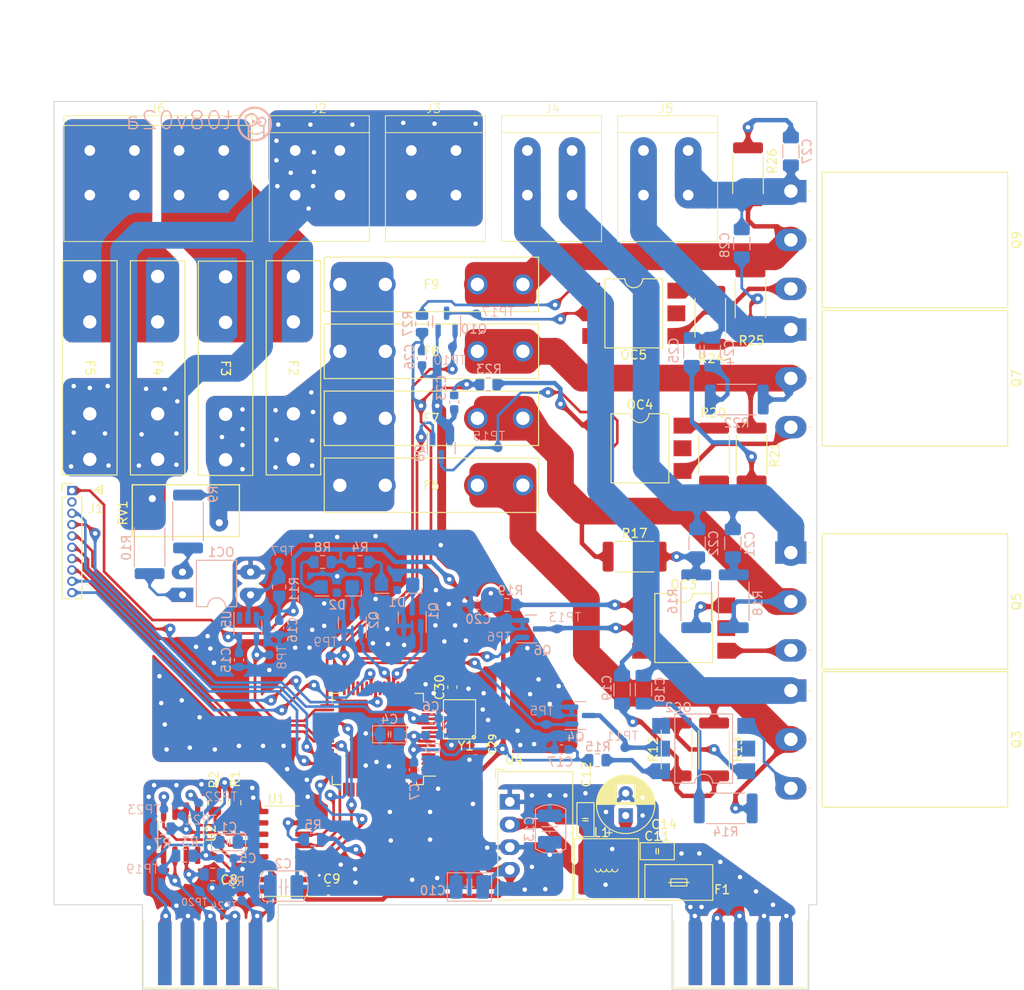
<source format=kicad_pcb>
(kicad_pcb (version 20221018) (generator pcbnew)
  (layers (0 "F.Cu" signal) (31 "B.Cu" signal) (34 "B.Paste" user) (35 "F.Paste" user) (36 "B.SilkS" user "B.Silkscreen") (37 "F.SilkS" user "F.Silkscreen") (38 "B.Mask" user) (39 "F.Mask" user) (44 "Edge.Cuts" user))
  (net 0 "")
  (net 1 "GND1")
  (net 2 "GNDD")
  (net 3 "+3V3")
  (net 4 "/NRST")
  (net 5 "GNDA")
  (net 6 "+24V")
  (net 7 "Net-(U4-IN+)")
  (net 8 "/Simisters/Simister1/AC_OUT")
  (net 9 "/Simisters/Simister2/AC_OUT")
  (net 10 "/Simisters/Simister3/AC_OUT")
  (net 11 "Net-(C18-Pad1)")
  (net 12 "/Simisters/Simister4/AC_OUT")
  (net 13 "Net-(C19-Pad1)")
  (net 14 "Net-(C21-Pad1)")
  (net 15 "Net-(C22-Pad1)")
  (net 16 "Net-(D1-K)")
  (net 17 "Net-(D1-A)")
  (net 18 "Net-(D2-K)")
  (net 19 "Net-(D2-A)")
  (net 20 "Net-(RS2-Pin_2)")
  (net 21 "/SWDIO")
  (net 22 "/SWCLK")
  (net 23 "/Simisters/ACIN_2")
  (net 24 "Net-(OC1-Pad1)")
  (net 25 "Net-(OC2-Pad1)")
  (net 26 "Net-(Q6-C)")
  (net 28 "Net-(Q5-G)")
  (net 30 "Net-(OC2-Pad6)")
  (net 31 "Net-(OC3-Pad1)")
  (net 32 "Net-(Q8-C)")
  (net 34 "Net-(Q7-G)")
  (net 36 "Net-(OC3-Pad6)")
  (net 37 "Net-(OC4-Pad1)")
  (net 38 "Net-(Q10-C)")
  (net 40 "Net-(Q9-G)")
  (net 42 "Net-(OC4-Pad6)")
  (net 43 "Net-(OC5-Pad1)")
  (net 44 "Net-(Q1-B)")
  (net 45 "Net-(Q2-B)")
  (net 46 "/SIM_1")
  (net 47 "/Simisters/Simister1/AC_IN")
  (net 48 "/Simisters/Simister2/AC_IN")
  (net 49 "/SIM_2")
  (net 50 "/Simisters/Simister3/AC_IN")
  (net 51 "/SIM_3")
  (net 52 "/Simisters/Simister4/AC_IN")
  (net 53 "/SIM_4")
  (net 54 "Net-(U1-VE2)")
  (net 55 "Net-(U1-VOB)")
  (net 56 "Net-(RS1-Pin_3)")
  (net 57 "Net-(U1-VE1)")
  (net 58 "Net-(RS1-Pin_4)")
  (net 59 "Net-(U1-VOC)")
  (net 60 "/Simisters/ACIN_1")
  (net 61 "/RTS")
  (net 62 "/RTS_cont")
  (net 63 "/UART_DE")
  (net 64 "/UART_TX")
  (net 65 "/UART_RX")
  (net 66 "Net-(U1-VID)")
  (net 73 "/OSC_IN")
  (net 74 "/OSC_OUT")
  (net 85 "/GPIO1")
  (net 86 "/GPIO2")
  (net 90 "/ZERO_DET_cont")
  (net 94 "/TX_USART_1")
  (net 95 "/DE_USART_1")
  (net 96 "/RX_USART_1")
  (net 115 "/+3.3VRS485")
  (net 116 "Net-(C24-Pad1)")
  (net 117 "Net-(C25-Pad1)")
  (net 118 "Net-(C27-Pad1)")
  (net 119 "Net-(C28-Pad1)")
  (net 120 "Net-(OC1-Pad2)")
  (net 121 "Net-(OC1-Pad4)")
  (net 122 "Net-(Q4-C)")
  (net 123 "Net-(Q3-G)")
  (net 126 "Net-(OC5-Pad6)")
  (net 127 "Net-(J6-Pin_1)")
  (net 128 "Net-(J6-Pin_3)")
  (footprint "MountingHole:MountingHole_3.2mm_M3" (layer "F.Cu") (at 81 120)
    (fp_text reference "H2" hide)
    (fp_text value "MountingHole")
  )
  (footprint "Package_SO:SOIC-16_3.9x9.9mm_P1.27mm" (layer "F.Cu") (at 102.5 120 180)
    (fp_text reference "U1")
    (fp_text value "PAI141M30 (SOIC-16)")
  )
  (footprint "Resistor_SMD:R_2512_6332Metric" (layer "F.Cu") (at 155.099 75.5625 -90)
    (fp_text reference "R21")
    (fp_text value "2512-1 кОм±5%-1 Вт")
  )
  (footprint "Fuse:Fuseholder_100_series_5x20mm_D1,5" (layer "F.Cu") (at 109 56.5)
    (fp_text reference "F9")
    (fp_text value "Fuse 10A ZH266 (2 клипсы)")
  )
  (footprint "Package_TO_SOT_THT:TO-218-3_Horizontal_TabDown" (layer "F.Cu") (at 160.77 86.55 -90)
    (fp_text reference "Q5")
    (fp_text value "BTA41-600B (TO-218)")
  )
  (footprint "Capacitor_SMD:C_0603_1608Metric" (layer "F.Cu") (at 124.9 108.125 -90)
    (fp_text reference "C29")
    (fp_text value "20pF 50V 0603")
  )
  (footprint "Package_TO_SOT_THT:TO-218-3_Horizontal_TabDown" (layer "F.Cu") (at 160.77 46.05 -90)
    (fp_text reference "Q9")
    (fp_text value "BTA41-600B (TO-218)")
  )
  (footprint "Fuse:Fuseholder_100_series_5x20mm_D1,5" (layer "F.Cu") (at 96.2 55.65 -90)
    (fp_text reference "F3")
    (fp_text value "Fuse 10A ZH266 (2 клипсы)")
  )
  (footprint "Package_TO_SOT_THT:TO-218-3_Horizontal_TabDown" (layer "F.Cu") (at 160.77 102 -90)
    (fp_text reference "Q3")
    (fp_text value "BTA41-600B (TO-218)")
  )
  (footprint "Varistor:RV_Disc_D12mm_W5.8mm_P7.5mm" (layer "F.Cu") (at 95.5 83.2 180)
    (fp_text reference "RV1")
    (fp_text value "V10E250P")
  )
  (footprint "Package_DIP:SMDIP-6_W9.53mm" (layer "F.Cu") (at 142.599 74.8625)
    (fp_text reference "OC4")
    (fp_text value "MOC3023SM (SMDIP-6)")
  )
  (footprint "Resistor_SMD:R_2512_6332Metric" (layer "F.Cu") (at 154.974037 58.0625 -90)
    (fp_text reference "R25")
    (fp_text value "2512-1 кОм±5%-1 Вт")
  )
  (footprint "PCM_Inductor_SMD_Handsoldering_AKL:L_Bourns-SRN6028" (layer "F.Cu") (at 138.85 122 180)
    (fp_text reference "L1")
    (fp_text value "6,8uH 3,5A ETQP3M6R8KVP" hide)
  )
  (footprint "Fuse:Fuseholder_100_series_5x20mm_D1,5" (layer "F.Cu") (at 109 71.5)
    (fp_text reference "F7")
    (fp_text value "Fuse 10A ZH266 (2 клипсы)")
  )
  (footprint "Package_TO_SOT_THT:TO-218-3_Horizontal_TabDown" (layer "F.Cu") (at 160.77 61.55 -90)
    (fp_text reference "Q7")
    (fp_text value "BTA41-600B (TO-218)")
  )
  (footprint "PCM_Capacitor_THT_AKL:CP_Radial_D6.3mm_P2.50mm" (layer "F.Cu") (at 141 116 90)
    (fp_text reference "C14")
    (fp_text value "47uF 63V D6.3 H11" hide)
  )
  (footprint "Resistor_SMD:R_2512_6332Metric" (layer "F.Cu") (at 154.7 44.1625 -90)
    (fp_text reference "R26")
    (fp_text value "2512-2 кОм±5%-1 Вт")
  )
  (footprint "Connector:DG245-5.0-04P" (layer "F.Cu") (at 81 41.5)
    (fp_text reference "J6")
    (fp_text value "DG245-5.0-04P-11-00Z")
  )
  (footprint "Package_QFP:LQFP-64_10x10mm_P0.5mm" (layer "F.Cu") (at 113.25 107.425 180)
    (fp_text reference "U3" hide)
    (fp_text value "STM32G070RBTx (LQFP-64)")
  )
  (footprint "Connector:DG245-5.0-02P" (layer "F.Cu") (at 143 41.5)
    (fp_text reference "J5")
    (fp_text value "DG245-5.0-02P-11-00A(H)")
  )
  (footprint "Package_SO:SOIC-8_3.9x4.9mm_P1.27mm" (layer "F.Cu") (at 91.17 117.985 -90)
    (fp_text reference "U2")
    (fp_text value "ADM3485EARZ-REEL (SOIC-8)")
  )
  (footprint "Connector:DG245-5.0-02P" (layer "F.Cu") (at 130 41.5)
    (fp_text reference "J4")
    (fp_text value "DG245-5.0-02P-11-00A(H)")
  )
  (footprint "Connector:Edge_Conn_KLS1-603-10" (layer "F.Cu") (at 94.48 127.69)
    (fp_text reference "RS1" hide)
    (fp_text value "SL-10 (L-KLS1-603C-10-S)")
  )
  (footprint "Resistor_SMD:R_2512_6332Metric" (layer "F.Cu") (at 150.474037 60.243776 90)
    (fp_text reference "R24")
    (fp_text value "2512-180 Ом±5%-1 Вт")
  )
  (footprint "Fuse:Fuseholder_100_series_5x20mm_D1,5" (layer "F.Cu") (at 109 79)
    (fp_text reference "F6")
    (fp_text value "Fuse 10A ZH266 (2 клипсы)")
  )
  (footprint "Connector_PinHeader_1.27mm:PinHeader_1x10_P1.27mm_Vertical" (layer "F.Cu") (at 79 79.6)
    (fp_text reference "J1")
    (fp_text value "PLL-10 (Prog)")
  )
  (footprint "PCM_Fuse_Handsoldering_AKL:Fuse_Littelfuse-NANO2-451_453" (layer "F.Cu") (at 146.955 123.5 180)
    (fp_text reference "F1")
    (fp_text value "0452.500MRL" hide)
  )
  (footprint "Connector:DG245-5.0-02P" (layer "F.Cu") (at 117 41.5)
    (fp_text reference "J3")
    (fp_text value "DG245-5.0-02P-11-00A(H)")
  )
  (footprint "Resistor_SMD:R_2512_6332Metric" (layer "F.Cu") (at 150.899 75.5625 90)
    (fp_text reference "R20")
    (fp_text value "2512-180 Ом±5%-1 Вт")
  )
  (footprint "Resistor_SMD:R_2512_6332Metric" (layer "F.Cu") (at 146.7 108.6 90)
    (fp_text reference "R12")
    (fp_text value "2512-180 Ом±5%-1 Вт")
  )
  (footprint "Fuse:Fuseholder_100_series_5x20mm_D1,5" (layer "F.Cu") (at 109 64)
    (fp_text reference "F8")
    (fp_text value "Fuse 10A ZH266 (2 клипсы)")
  )
  (footprint "Resistor_SMD:R_2512_6332Metric" (layer "F.Cu") (at 142 87)
    (fp_text reference "R17")
    (fp_text value "2512-1 кОм±5%-1 Вт")
  )
  (footprint "PCM_4ms_Resistor:R_0805_2012Metric" (layer "F.Cu") (at 95 114.5625 90)
    (fp_text reference "R2")
    (fp_text value "0805-10 кОм±5%-0,125 Вт")
  )
  (footprint "PCM_4ms_Resistor:R_0805_2012Metric" (layer "F.Cu") (at 97.2 114.5625 90)
    (fp_text reference "R1")
    (fp_text value "0805-4,7 кОм±5%-0,125 Вт")
  )
  (footprint "Capacitor_SMD:C_0603_1608Metric" (layer "F.Cu") (at 97.1 124.6)
    (fp_text reference "C8")
    (fp_text value "0,1uF 100V 0603")
  )
  (footprint "Capacitor_SMD:C_0603_1608Metric" (layer "F.Cu") (at 121.6 101.625 90)
    (fp_text reference "C30")
    (fp_text value "20pF 50V 0603")
  )
  (footprint "Package_DIP:SMDIP-6_W9.53mm" (layer "F.Cu") (at 147.5 95)
    (fp_text reference "OC3")
    (fp_text value "MOC3023SM (SMDIP-6)")
  )
  (footprint "Capacitor_SMD:C_0603_1608Metric" (layer "F.Cu") (at 107.725 124.4 180)
    (fp_text reference "C9")
    (fp_text value "0,1uF 100V 0603" hide)
  )
  (footprint "MountingHole:MountingHole_3.2mm_M3" (layer "F.Cu") (at 81 100)
    (fp_text reference "H1" hide)
    (fp_text value "MountingHole")
  )
  (footprint "Connector:Edge_Conn_KLS1-603-10" (layer "F.Cu") (at 153.88 127.69)
    (fp_text reference "RS2" hide)
    (fp_text value "SL-10 (L-KLS1-603C-10-S)")
  )
  (footprint "Fuse:Fuseholder_100_series_5x20mm_D1,5" (layer "F.Cu") (at 88.6 55.6 -90)
    (fp_text reference "F4")
    (fp_text value "Fuse 10A ZH266 (2 клипсы)")
  )
  (footprint "PCM_Capacitor_SMD_AKL:C_0805_2012Metric_Pad1.18x1.45mm_HandSolder" (layer "F.Cu") (at 136.5 116.4625 90)
    (fp_text reference "C12")
    (fp_text value "4,7uF 50V 0805")
  )
  (footprint "PCM_Crystal_AKL:Crystal_SMD_3225-4Pin_3.2x2.5mm" (layer "F.Cu") (at 122.4 105.225 90)
    (fp_text reference "Y1")
    (fp_text value "Crystal_3225 8MHz" hide)
  )
  (footprint "Package_DIP:SMDIP-6_W9.53mm" (layer "F.Cu") (at 141.909037 59.743776)
    (fp_text reference "OC5")
    (fp_text value "MOC3023SM (SMDIP-6)")
  )
  (footprint "Fuse:Fuseholder_100_series_5x20mm_D1,5" (layer "F.Cu") (at 81 55.6 -90)
    (fp_text reference "F5")
    (fp_text value "Fuse 10A ZH266 (2 клипсы)")
  )
  (footprint "Resistor_SMD:R_2512_6332Metric" (layer "F.Cu") (at 150.9 108.6 -90)
    (fp_text reference "R13")
    (fp_text value "2512-1 кОм±5%-1 Вт")
  )
  (footprint "PCM_Capacitor_SMD_AKL:C_0805_2012Metric_Pad1.18x1.45mm_HandSolder" (layer "F.Cu") (at 144.5375 120)
    (fp_text reference "C11")
    (fp_text value "4,7uF 50V 0805")
  )
  (footprint "Converter_DCDC:Converter_DCDC_Murata_MEE3SxxxxSC_THT" (layer "F.Cu") (at 128.0275 114.4675)
    (fp_text reference "U4")
    (fp_text value "AM1SS-2403SJZ")
  )
  (footprint "Connector:DG245-5.0-02P" (layer "F.Cu") (at 104 41.5)
    (fp_text reference "J2")
    (fp_text value "DG245-5.0-02P-11-00A(H)")
  )
  (footprint "Fuse:Fuseholder_100_series_5x20mm_D1,5" (layer "F.Cu") (at 103.8 55.6 -90)
    (fp_text reference "F2")
    (fp_text value "Fuse 10A ZH266 (2 клипсы)")
  )
  (footprint "Resistor_SMD:R_2512_6332Metric" (layer "B.Cu") (at 152.2 115.2)
    (fp_text reference "R14")
    (fp_text value "2512-2 кОм±5%-1 Вт")
  )
  (footprint "Package_DIP:DIP-4_W7.62mm_LongPads" (layer "B.Cu") (at 91.38 91.275)
    (fp_text reference "OC1")
    (fp_text value "FOD814 (DIP-4)")
  )
  (footprint "PCM_4ms_TestPoint:TestPoint_D1" (layer "B.Cu") (at 133.3 95.1 180)
    (fp_text reference "TP13")
    (fp_text value "TestPoint")
  )
  (footprint "Resistor_SMD:R_0805_2012Metric_Pad1.20x1.40mm_HandSolder" (layer "B.Cu") (at 102.2 90.399293 -90)
    (fp_text reference "R11")
    (fp_text value "0805-1 кОм±5%-0,125 Вт")
  )
  (footprint "PCM_Capacitor_SMD_Handsoldering_AKL:C_1210_3225Metric_Pad1.42x2.65mm" (layer "B.Cu") (at 102.7 124)
    (fp_text reference "C2")
    (fp_text value "270 pf X7R 1206 2000v 202R18W271KW4E" hide)
  )
  (footprint "PCM_Capacitor_SMD_AKL:C_1210_3225Metric_Pad1.42x2.65mm_HandSolder" (layer "B.Cu") (at 123.5125 124 180)
    (fp_text reference "C10")
    (fp_text value "10uF 50V 1210 GRM32ER71H106K")
  )
  (footprint "PCM_4ms_Resistor:R_0805_2012Metric" (layer "B.Cu") (at 125.625 67.7)
    (fp_text reference "R23")
    (fp_text value "0805-200 Ом±5%-0,125 Вт")
  )
  (footprint "PCM_4ms_Resistor:R_0805_2012Metric" (layer "B.Cu") (at 106 118.7 180)
    (fp_text reference "R5")
    (fp_text value "0805-4,7 кОм±5%-0,125 Вт")
  )
  (footprint "PCM_4ms_TestPoint:TestPoint_D1" (layer "B.Cu") (at 126.7 74.8 180)
    (fp_text reference "TP15")
    (fp_text value "TestPoint")
  )
  (footprint "PCM_4ms_Resistor:R_0805_2012Metric" (layer "B.Cu") (at 94.7625 122.6 180)
    (fp_text reference "R6")
    (fp_text value "0805-560 Ом±5%-0,125 Вт")
  )
  (footprint "Package_TO_SOT_SMD:SOT-23" (layer "B.Cu") (at 117.1 93.8 90)
    (fp_text reference "Q1")
    (fp_text value "DTC114ECA (SOT-23)")
  )
  (footprint "PCM_4ms_TestPoint:TestPoint_D1" (layer "B.Cu") (at 101.1 98 90)
    (fp_text reference "TP8")
    (fp_text value "TestPoint")
  )
  (footprint "PCM_4ms_TestPoint:TestPoint_D1" (layer "B.Cu") (at 107.9 98.1 180)
    (fp_text reference "TP9")
    (fp_text value "TestPoint")
  )
  (footprint "Capacitor_SMD:C_1206_3216Metric_Pad1.33x1.80mm_HandSolder" (layer "B.Cu") (at 149 85.5 90)
    (fp_text reference "C22")
    (fp_text value "0,01uF 600V 1206 (GRM31BR72J103KW01L)")
  )
  (footprint "PCM_4ms_TestPoint:TestPoint_D1" (layer "B.Cu") (at 91.3 116 180)
    (fp_text reference "TP21")
    (fp_text value "TestPoint")
  )
  (footprint "Capacitor_SMD:C_0603_1608Metric" (layer "B.Cu") (at 96.325 120.8 180)
    (fp_text reference "C5")
    (fp_text value "0,1uF 100V 0603")
  )
  (footprint "PCM_Capacitor_SMD_Handsoldering_AKL:C_1210_3225Metric_Pad1.42x2.65mm" (layer "B.Cu") (at 132.5 117.5125 -90)
    (fp_text reference "C13")
    (fp_text value "270 pf X7R 1206 2000v 202R18W271KW4E" hide)
  )
  (footprint "Capacitor_SMD:C_1206_3216Metric_Pad1.33x1.80mm_HandSolder" (layer "B.Cu") (at 143 101.9 90)
    (fp_text reference "C18")
    (fp_text value "0,01uF 600V 1206 (GRM31BR72J103KW01L)")
  )
  (footprint "Resistor_SMD:R_2512_6332Metric" (layer "B.Cu") (at 92 83.0625 -90)
    (fp_text reference "R9")
    (fp_text value "2512-51 кОм±5%-1 Вт")
  )
  (footprint "PCM_4ms_TestPoint:TestPoint_D1" (layer "B.Cu") (at 102.2 87.6)
    (fp_text reference "TP7")
    (fp_text value "TestPoint")
  )
  (footprint "PCM_4ms_TestPoint:TestPoint_D1" (layer "B.Cu") (at 93.2 114.6 180)
    (fp_text reference "TP22")
    (fp_text value "TestPoint")
  )
  (footprint "Resistor_SMD:R_2512_6332Metric" (layer "B.Cu") (at 148.9 92 -90)
    (fp_text reference "R16")
    (fp_text value "2512-180 Ом±5%-1 Вт")
  )
  (footprint "PCM_4ms_TestPoint:TestPoint_D1" (layer "B.Cu") (at 132.1 105.8 180)
    (fp_text reference "TP5")
    (fp_text value "TestPoint")
  )
  (footprint "Package_TO_SOT_SMD:SOT-23" (layer "B.Cu") (at 110.4 94.4 90)
    (fp_text reference "Q2")
    (fp_text value "DTC114ECA (SOT-23)")
  )
  (footprint "Capacitor_SMD:C_1206_3216Metric_Pad1.33x1.80mm_HandSolder" (layer "B.Cu") (at 148.4 64.0625 90)
    (fp_text reference "C25")
    (fp_text value "0,01uF 600V 1206 (GRM31BR72J103KW01L)")
  )
  (footprint "Capacitor_SMD:C_0603_1608Metric" (layer "B.Cu") (at 119.275 105.125)
    (fp_text reference "C6")
    (fp_text value "0,1uF 100V 0603")
  )
  (footprint "PCM_4ms_TestPoint:TestPoint_D1" (layer "B.Cu") (at 140.9 108.4 180)
    (fp_text reference "TP11")
    (fp_text value "TestPoint")
  )
  (footprint "Package_TO_SOT_SMD:SOT-23" (layer "B.Cu") (at 135.9 104.8)
    (fp_text reference "Q4")
    (fp_text value "DTC114ECA (SOT-23)")
  )
  (footprint "PCM_4ms_Resistor:R_0805_2012Metric" (layer "B.Cu") (at 118.2 60.925 90)
    (fp_text reference "R27")
    (fp_text value "0805-200 Ом±5%-0,125 Вт")
  )
  (footprint "Capacitor_SMD:C_1206_3216Metric_Pad1.33x1.80mm_HandSolder" (layer "B.Cu") (at 150.7 64.0375 90)
    (fp_text reference "C24")
    (fp_text value "0,01uF 600V 1206 (GRM31BR72J103KW01L)")
  )
  (footprint "Package_TO_SOT_SMD:SOT-23" (layer "B.Cu") (at 120.35 74.8375 -90)
    (fp_text reference "Q8")
    (fp_text value "DTC114ECA (SOT-23)")
  )
  (footprint "Resistor_SMD:R_2512_6332Metric" (layer "B.Cu") (at 87.7 85.9375 90)
    (fp_text reference "R10")
    (fp_text value "2512-51 кОм±5%-1 Вт")
  )
  (footprint "Capacitor_SMD:C_0603_1608Metric" (layer "B.Cu") (at 117.3 110.875 -90)
    (fp_text reference "C7")
    (fp_text value "0,1uF 100V 0603" hide)
  )
  (footprint "PCM_Capacitor_SMD_AKL:C_0805_2012Metric_Pad1.18x1.45mm_HandSolder" (layer "B.Cu") (at 114.5625 106.9 180)
    (fp_text reference "C4")
    (fp_text value "4,7uF 50V 0805")
  )
  (footprint "LED_SMD:LED_Kingbright_KPA-3010_3x2x1mm" (layer "B.Cu") (at 115.4 89.6 180)
    (fp_text reference "D1")
    (fp_text value "KPA-3010CGCK")
  )
  (footprint "PCM_4ms_TestPoint:TestPoint_D1" (layer "B.Cu") (at 124.3 59.8 180)
    (fp_text reference "TP17")
    (fp_text value "TestPoint")
  )
  (footprint "Capacitor_SMD:C_1206_3216Metric_Pad1.33x1.80mm_HandSolder" (layer "B.Cu") (at 140.6 101.9 90)
    (fp_text reference "C19")
    (fp_text value "0,01uF 600V 1206 (GRM31BR72J103KW01L)")
  )
  (footprint "PCM_Capacitor_SMD_AKL:C_0805_2012Metric_Pad1.18x1.45mm_HandSolder" (layer "B.Cu") (at 96.5375 119 180)
    (fp_text reference "C1")
    (fp_text value "1uF 100V 0805")
  )
  (footprint "Capacitor_SMD:C_0603_1608Metric" (layer "B.Cu") (at 124.425 92.4 180)
    (fp_text reference "C20")
    (fp_text value "0,1uF 100V 0603")
  )
  (footprint "PCM_4ms_TestPoint:TestPoint_D1" (layer "B.Cu") (at 89.1 122 180)
    (fp_text reference "TP19")
    (fp_text value "TestPoint")
  )
  (footprint "PCM_4ms_TestPoint:TestPoint_D1" (layer "B.Cu") (at 121.6 63.5 180)
    (fp_text reference "TP10")
    (fp_text value "TestPoint")
  )
  (footprint "PCM_4ms_Resistor:R_0805_2012Metric" (layer "B.Cu") (at 137.8375 109.8)
    (fp_text reference "R15")
    (fp_text value "0805-200 Ом±5%-0,125 Вт")
  )
  (footprint "Capacitor_SMD:C_0603_1608Metric" (layer "B.Cu") (at 118.2 64.775 -90)
    (fp_text reference "C26")
    (fp_text value "0,1uF 100V 0603")
  )
  (footprint "Capacitor_SMD:C_1206_3216Metric_Pad1.33x1.80mm_HandSolder" (layer "B.Cu") (at 153 85.5 90)
    (fp_text reference "C21")
    (fp_text value "0,01uF 600V 1206 (GRM31BR72J103KW01L)" hide)
  )
  (footprint "LED_SMD:LED_Kingbright_KPA-3010_3x2x1mm" (layer "B.Cu") (at 108.65 89.9 180)
    (fp_text reference "D2")
    (fp_text value "KPA-3010CGCK")
  )
  (footprint "Capacitor_SMD:C_1206_3216Metric_Pad1.33x1.80mm_HandSolder" (layer "B.Cu") (at 154 51.9 90)
    (fp_text reference "C28")
    (fp_text value "0,01uF 600V 1206 (GRM31BR72J103KW01L)")
  )
  (footprint "Resistor_SMD:R_2512_6332Metric" (layer "B.Cu") (at 153.1 92 -90)
    (fp_text reference "R18")
    (fp_text value "2512-2 кОм±5%-1 Вт")
  )
  (footprint "PCM_4ms_TestPoint:TestPoint_D1" (layer "B.Cu") (at 89.3 115.3 180)
    (fp_text reference "TP23")
    (fp_text value "TestPoint")
  )
  (footprint "Package_DIP:SMDIP-6_W9.53mm" (layer "B.Cu") (at 149.735 108.5)
    (fp_text reference "OC2")
    (fp_text value "MOC3023SM (SMDIP-6)")
  )
  (footprint "PCM_4ms_Resistor:R_0805_2012Metric" (layer "B.Cu") (at 111.2625 87.6 180)
    (fp_text reference "R4")
    (fp_text value "0805-150 Ом±5%-0,125 Вт")
  )
  (footprint "Package_TO_SOT_SMD:SOT-23-5" (layer "B.Cu") (at 98.705 95 -90)
    (fp_text reference "U5")
    (fp_text value "74AHCT1G14GW,125 (SOT-23-5)")
  )
  (footprint "Symbol:PB_LOGO" (layer "B.Cu") (at 99.6 38.3 180)
    (fp_text reference "G***" hide)
    (fp_text value "LOGO" hide)
  )
  (footprint "Capacitor_SMD:C_0603_1608Metric" (layer "B.Cu") (at 102.2 94.975 -90)
    (fp_text reference "C16")
    (fp_text value "0,1uF 100V 0603")
  )
  (footprint "Capacitor_SMD:C_1206_3216Metric_Pad1.33x1.80mm_HandSolder" (layer "B.Cu") (at 159.5 41.6 -90)
    (fp_text reference "C27")
    (fp_text value "0,01uF 600V 1206 (GRM31BR72J103KW01L)")
  )
  (footprint "PCM_4ms_Resistor:R_0805_2012Metric" (layer "B.Cu") (at 107.0625 87.6 180)
    (fp_text reference "R8")
    (fp_text value "0805-150 Ом±5%-0,125 Вт")
  )
  (footprint "Capacitor_SMD:C_0603_1608Metric" (layer "B.Cu") (at 121.8 69.7 -90)
    (fp_text reference "C23")
    (fp_text value "0,1uF 100V 0603")
  )
  (footprint "Capacitor_SMD:C_0603_1608Metric" (layer "B.Cu") (at 119.425 107.025)
    (fp_text reference "C3")
    (fp_text value "0,1uF 100V 0603" hide)
  )
  (footprint "PCM_4ms_Resistor:R_0805_2012Metric" (layer "B.Cu") (at 127.7 92.4)
    (fp_text reference "R19")
    (fp_text value "0805-200 Ом±5%-0,125 Вт")
  )
  (footprint "PCM_4ms_TestPoint:TestPoint_D1" (layer "B.Cu") (at 127.6 97.3 90)
    (fp_text reference "TP6")
    (fp_text value "TestPoint")
  )
  (footprint "PCM_4ms_Resistor:R_0805_2012Metric" (layer "B.Cu") (at 91.6 120.5)
    (fp_text reference "R3")
    (fp_text value "0805-560 Ом±5%-0,125 Вт")
  )
  (footprint "Resistor_SMD:R_2512_6332Metric" (layer "B.Cu") (at 153.4375 69.4)
    (fp_text reference "R22")
    (fp_text value "2512-2 кОм±5%-1 Вт")
  )
  (footprint "Package_TO_SOT_SMD:SOT-23" (layer "B.Cu") (at 120.95 60.6625 90)
    (fp_text reference "Q10")
    (fp_text value "DTC114ECA (SOT-23)")
  )
  (footprint "PCM_4ms_TestPoint:TestPoint_D1" (layer "B.Cu") (at 93.286035 124.480124 180)
    (fp_text reference "TP20")
    (fp_text value "TestPoint")
  )
  (footprint "Package_TO_SOT_SMD:SOT-23" (layer "B.Cu") (at 130.4 95.1)
    (fp_text reference "Q6")
    (fp_text value "DTC114ECA (SOT-23)")
  )
  (footprint "PCM_4ms_TestPoint:TestPoint_D1" (layer "B.Cu") (at 98.025 125.5 180)
    (fp_text reference "TP24")
    (fp_text value "TestPoint")
  )
  (footprint "Capacitor_SMD:C_0603_1608Metric" (layer "B.Cu") (at 133.825 108.6 180)
    (fp_text reference "C17")
    (fp_text value "0,1uF 100V 0603")
  )
  (footprint "Capacitor_SMD:C_0603_1608Metric" (layer "B.Cu") (at 97.7 98.575 -90)
    (fp_text reference "C15")
    (fp_text value "0,1uF 100V 0603")
  )
  (footprint "PCM_4ms_Resistor:R_0805_2012Metric" (layer "B.Cu") (at 89.1375 117.46)
    (fp_text reference "R7")
    (fp_text value "0805-10 кОм±5%-0,125 Вт")
  )
  (gr_line (start 81.5 79.5) (end 82.4 79) (stroke (width 0.15)) (layer "F.SilkS"))
  (gr_line (start 82.4 80) (end 81.5 79.5) (stroke (width 0.15)) (layer "F.SilkS"))
  (gr_line (start 82.4 79) (end 82.4 80) (stroke (width 0.15)) (layer "F.SilkS"))
  (gr_line (start 81.5 79.5) (end 82.4 79.5) (stroke (width 0.15)) (layer "F.SilkS"))
  (gr_line (start 77 126) (end 77 36) (stroke (width 0.1)) (layer "Edge.Cuts"))
  (gr_line (start 86.9 135.5) (end 102.1 135.5) (stroke (width 0.1)) (layer "Edge.Cuts"))
  (gr_line (start 146.2 126) (end 146.2 135.5) (stroke (width 0.1)) (layer "Edge.Cuts"))
  (gr_line (start 161.5 135.5) (end 161.5 126) (stroke (width 0.1)) (layer "Edge.Cuts"))
  (gr_line (start 162.4 126) (end 162.4 36) (stroke (width 0.1)) (layer "Edge.Cuts"))
  (gr_line (start 86.9 126) (end 86.9 135.5) (stroke (width 0.1)) (layer "Edge.Cuts"))
  (gr_line (start 102.1 126) (end 146.2 126) (stroke (width 0.1)) (layer "Edge.Cuts"))
  (gr_line (start 161.5 126) (end 162.4 126) (stroke (width 0.1)) (layer "Edge.Cuts"))
  (gr_line (start 162.4 36) (end 77 36) (stroke (width 0.1)) (layer "Edge.Cuts"))
  (gr_line (start 86.9 126) (end 77 126) (stroke (width 0.1)) (layer "Edge.Cuts"))
  (gr_line (start 146.2 135.5) (end 161.5 135.5) (stroke (width 0.1)) (layer "Edge.Cuts"))
  (gr_line (start 102.1 135.5) (end 102.1 126) (stroke (width 0.1)) (layer "Edge.Cuts"))
  (gr_text "t08v02a" (at 97.1 39.3) (layer "B.SilkS") (effects (font (size 2 2)) (justify left bottom mirror)))
  (segment (start 92.04 127.29) (end 92 127.25) (width 1) (layer "F.Cu") (net 1))
  (segment (start 99.3 114) (end 100.025 114.725) (width 0.3) (layer "F.Cu") (net 1))
  (segment (start 98.1 122) (end 98.1 122.6) (width 0.3) (layer "F.Cu") (net 1))
  (segment (start 92.04 131.5) (end 92.04 127.29) (width 1) (layer "F.Cu") (net 1))
  (segment (start 100.025 114.725) (end 100.025 115.555) (width 0.3) (layer "F.Cu") (net 1))
  (segment (start 98.675 123.175) (end 100.025 123.175) (width 0.3) (layer "F.Cu") (net 1))
  (segment (start 98.1 122.6) (end 98.675 123.175) (width 0.3) (layer "F.Cu") (net 1))
  (via (at 98.1 122) (size 1.2) (drill 0.5) (layers "F.Cu" "B.Cu") (net 1))
  (via (at 90.7 112.6) (size 1.2) (drill 0.5) (layers "F.Cu" "B.Cu") (net 1))
  (via (at 92 127.25) (size 1.2) (drill 0.5) (layers "F.Cu" "B.Cu") (net 1))
  (via (at 87.6 119.6) (size 1.2) (drill 0.5) (layers "F.Cu" "B.Cu") (net 1))
  (via (at 90.7 126.1) (size 1.2) (drill 0.5) (layers "F.Cu" "B.Cu") (net 1))
  (via (at 93.5 112.5) (size 1.2) (drill 0.5) (layers "F.Cu" "B.Cu") (net 1))
  (via (at 99.3 114) (size 1.2) (drill 0.5) (layers "F.Cu" "B.Cu") (net 1))
  (via (at 87.6 113.9) (size 1.2) (drill 0.5) (layers "F.Cu" "B.Cu") (net 1))
  (via (at 96.3 126) (size 1.2) (drill 0.5) (layers "F.Cu" "B.Cu") (net 1))
  (via (at 94.7 124.1) (size 1.2) (drill 0.5) (layers "F.Cu" "B.Cu") (net 1))
  (via (at 99.2 112.9) (size 1.2) (drill 0.5) (layers "F.Cu" "B.Cu") (net 1))
  (via (at 88.2 112.6) (size 1.2) (drill 0.5) (layers "F.Cu" "B.Cu") (net 1))
  (segment (start 92 127.25) (end 92 131.46) (width 1) (layer "B.Cu") (net 1))
  (segment (start 88.2 119) (end 88.2 117.46) (width 0.3) (layer "B.Cu") (net 1))
  (segment (start 87.6 119.6) (end 88.2 119) (width 0.3) (layer "B.Cu") (net 1))
  (segment (start 92 131.46) (end 92.04 131.5) (width 1) (layer "B.Cu") (net 1))
  (segment (start 121.55 106.325) (end 121.55 108.05) (width 0.5) (layer "F.Cu") (net 2))
  (segment (start 120.4 70.6) (end 120.4 85.6) (width 1) (layer "F.Cu") (net 2))
  (segment (start 88.714212 96.2) (end 80.8 88.285788) (width 0.3) (layer "F.Cu") (net 2))
  (segment (start 125 104.125) (end 123.25 104.125) (width 0.3) (layer "F.Cu") (net 2))
  (segment (start 80.8 88.285788) (end 80.8 87.3) (width 0.3) (layer "F.Cu") (net 2))
  (segment (start 121.5 108.1) (end 121.55 108.05) (width 0.5) (layer "F.Cu") (net 2))
  (segment (start 120.4 85.6) (end 120.3 85.7) (width 1) (layer "F.Cu") (net 2))
  (segment (start 126 105.7) (end 125.6 105.3) (width 0.5) (layer "F.Cu") (net 2))
  (segment (start 120.2 107.175) (end 120.45 107.425) (width 0.3) (layer "F.Cu") (net 2))
  (segment (start 79.45 85.95) (end 79 85.95) (width 0.3) (layer "F.Cu") (net 2))
  (segment (start 118.925 107.175) (end 120.2 107.175) (width 0.3) (layer "F.Cu") (net 2))
  (segment (start 126 108.2) (end 126 105.7) (width 0.5) (layer "F.Cu") (net 2))
  (segment (start 124.9 108.9) (end 125.3 108.9) (width 0.5) (layer "F.Cu") (net 2))
  (segment (start 106.7 122.7) (end 106.225 123.175) (width 0.3) (layer "F.Cu") (net 2))
  (segment (start 92.9 97.1) (end 92 96.2) (width 0.3) (layer "F.Cu") (net 2))
  (segment (start 92 96.2) (end 88.714212 96.2) (width 0.3) (layer "F.Cu") (net 2))
  (segment (start 121.55 108.05) (end 121.55 107.85) (width 0.5) (layer "F.Cu") (net 2))
  (segment (start 125.3 108.9) (end 126 108.2) (width 0.5) (layer "F.Cu") (net 2))
  (segment (start 106.225 123.175) (end 104.975 123.175) (width 0.3) (layer "F.Cu") (net 2))
  (segment (start 119.9 70.1) (end 120.4 70.6) (width 1) (layer "F.Cu") (net 2))
  (segment (start 80.8 87.3) (end 79.45 85.95) (width 0.3) (layer "F.Cu") (net 2))
  (segment (start 105.4 113.9) (end 104.975 114.325) (width 0.3) (layer "F.Cu") (net 2))
  (segment (start 104.975 114.325) (end 104.975 115.555) (width 0.3) (layer "F.Cu") (net 2))
  (via (at 114.4 96.8) (size 1.2) (drill 0.5) (layers "F.Cu" "B.Cu") (net 2))
  (via (at 103.1 110.8) (size 1.2) (drill 0.5) (layers "F.Cu" "B.Cu") (net 2))
  (via (at 123.1 96.4) (size 1.2) (drill 0.5) (layers "F.Cu" "B.Cu") (net 2))
  (via (at 105.8 84.7) (size 1.2) (drill 0.5) (layers "F.Cu" "B.Cu") (net 2))
  (via (at 111.9 106.8) (size 1.2) (drill 0.5) (layers "F.Cu" "B.Cu") (net 2))
  (via (at 123.5 109.75) (size 1.2) (drill 0.5) (layers "F.Cu" "B.Cu") (net 2))
  (via (at 94.5 97.3) (size 1.2) (drill 0.5) (layers "F.Cu" "B.Cu") (net 2))
  (via (at 94.9 98.9) (size 1.2) (drill 0.5) (layers "F.Cu" "B.Cu") (net 2))
  (via (at 130.3 102.4) (size 1.2) (drill 0.5) (layers "F.Cu" "B.Cu") (net 2))
  (via (at 106.7 122.7) (size 0.9) (drill 0.3) (layers "F.Cu" "B.Cu") (net 2))
  (via (at 119.9 70.1) (size 1.2) (drill 0.5) (layers "F.Cu" "B.Cu") (net 2))
  (via (at 92.9 97.1) (size 1.2) (drill 0.5) (layers "F.Cu" "B.Cu") (net 2))
  (via (at 102.7 108.2) (size 1.2) (drill 0.5) (layers "F.Cu" "B.Cu") (net 2))
  (via (at 121.2 92.3) (size 1.2) (drill 0.5) (layers "F.Cu" "B.Cu") (net 2))
  (via (at 125.1 102.3) (size 1.2) (drill 0.5) (layers "F.Cu" "B.Cu") (net 2))
  (via (at 109.1 121.5) (size 1.2) (drill 0.5) (layers "F.Cu" "B.Cu") (net 2))
  (via (at 89 103.4) (size 1.2) (drill 0.5) (layers "F.Cu" "B.Cu") (net 2))
  (via (at 125.5 119.6) (size 1.2) (drill 0.5) (layers "F.Cu" "B.Cu") (net 2))
  (via (at 111.9 110.4) (size 1.2) (drill 0.5) (layers "F.Cu" "B.Cu") (net 2))
  (via (at 110.75 123.5) (size 1.2) (drill 0.5) (layers "F.Cu" "B.Cu") (net 2))
  (via (at 118.6 101.3) (size 1.2) (drill 0.5) (layers "F.Cu" "B.Cu") (net 2))
  (via (at 95 108.6) (size 1.2) (drill 0.5) (layers "F.Cu" "B.Cu") (net 2))
  (via (at 120.3 85.7) (size 1.2) (drill 0.5) (layers "F.Cu" "B.Cu") (net 2))
  (via (at 119.75 90.75) (size 1.2) (drill 0.5) (layers "F.Cu" "B.Cu") (net 2))
  (via (at 132.5 120.4) (size 1.2) (drill 0.5) (layers "F.Cu" "B.Cu") (net 2))
  (via (at 116.2 96.9) (size 1.2) (drill 0.5) (layers "F.Cu" "B.Cu") (net 2))
  (via (at 113.1 110) (size 1.2) (drill 0.5) (layers "F.Cu" "B.Cu") (net 2))
  (via (at 120 113) (size 1.2) (drill 0.5) (layers "F.Cu" "B.Cu") (net 2))
  (via (at 105.3 112) (size 1.2) (drill 0.5) (layers "F.Cu" "B.Cu") (net 2))
  (via (at 107.25 92.25) (size 1.2) (drill 0.5) (layers "F.Cu" "B.Cu") (net 2))
  (via (at 93.3 105) (size 1.2) (drill 0.5) (layers "F.Cu" "B.Cu") (net 2))
  (via (at 108.7 84.8) (size 1.2) (drill 0.5) (layers "F.Cu" "B.Cu") (net 2))
  (via (at 117.1 123.2) (size 1.2) (drill 0.5) (layers "F.Cu" "B.Cu") (net 2))
  (via (at 113 91.75) (size 1.2) (drill 0.5) (layers "F.Cu" "B.Cu") (net 2))
  (via (at 125.6 105.3) (size 1.2) (drill 0.5) (layers "F.Cu" "B.Cu") (net 2))
  (via (at 97.7 108.2) (size 1.2) (drill 0.5) (layers "F.Cu" "B.Cu") (net 2))
  (via (at 132 124.25) (size 1.2) (drill 0.5) (layers "F.Cu" "B.Cu") (net 2))
  (via (at 128.9 106.5) (size 1.2) (drill 0.5) (layers "F.Cu" "B.Cu") (net 2))
  (via (at 92.2 108.4) (size 1.2) (drill 0.5) (layers "F.Cu" "B.Cu") (net 2))
  (via (at 100.4 108.2) (size 1.2) (drill 0.5) (layers "F.Cu" "B.Cu") (net 2))
  (via (at 123.9 114.7) (size 1.2) (drill 0.5) (layers "F.Cu" "B.Cu") (net 2))
  (via (at 105.6 97.2) (size 1.2) (drill 0.5) (layers "F.Cu" "B.Cu") (net 2))
  (via (at 107.25 94.75) (size 1.2) (drill 0.5) (layers "F.Cu" "B.Cu") (net 2))
  (via (at 132.5 103.5) (size 1.2) (drill 0.5) (layers "F.Cu" "B.Cu") (net 2))
  (via (at 88.8 100.4) (size 1.2) (drill 0.5) (layers "F.Cu" "B.Cu") (net 2))
  (via (at 101.1 99.7) (size 1.2) (drill 0.5) (layers "F.Cu" "B.Cu") (net 2))
  (via (at 119.7 94.7) (size 1.2) (drill 0.5) (layers "F.Cu" "B.Cu") (net 2))
  (via (at 119.5 102.3) (size 1.2) (drill 0.5) (layers "F.Cu" "B.Cu") (net 2))
  (via (at 130.75 108) (size 1.2) (drill 0.5) (layers "F.Cu" "B.Cu") (net 2))
  (via (at 105.9 95.2) (size 1.2) (drill 0.5) (layers "F.Cu" "B.Cu") (net 2))
  (via (at 91.3 103.1) (size 1.2) (drill 0.5) (layers "F.Cu" "B.Cu") (net 2))
  (via (at 121.9 94.7) (size 1.2) (drill 0.5) (layers "F.Cu" "B.Cu") (net 2))
  (via (at 114.7 118.8) (size 1.2) (drill 0.5) (layers "F.Cu" "B.Cu") (net 2))
  (via (at 119.9 123) (size 1.2) (drill 0.5) (layers "F.Cu" "B.Cu") (net 2))
  (via (at 113 84.7) (size 1.2) (drill 0.5) (layers "F.Cu" "B.Cu") (net 2))
  (via (at 121.5 108.1) (size 1.2) (drill 0.5) (layers "F.Cu" "B.Cu") (net 2))
  (via (at 130.5 121.75) (size 1.2) (drill 0.5) (layers "F.Cu" "B.Cu") (net 2))
  (via (at 130 97.25) (size 1.2) (drill 0.5) (layers "F.Cu" "B.Cu") (net 2))
  (via (at 114.6 115.6) (size 1.2) (drill 0.5) (layers "F.Cu" "B.Cu") (net 2))
  (via (at 123.4 101.8) (size 1.2) (drill 0.5) (layers "F.Cu" "B.Cu") (net 2))
  (via (at 129.2 108.1) (size 1.2) (drill 0.5) (layers "F.Cu" "B.Cu") (net 2))
  (via (at 114.5 110.5) (size 1.2) (drill 0.5) (layers "F.Cu" "B.Cu") (net 2))
  (via (at 119.1 115.6) (size 1.2) (drill 0.5) (layers "F.Cu" "B.Cu") (net 2))
  (via (at 120.7 96.5) (size 1.2) (drill 0.5) (layers "F.Cu" "B.Cu") (net 2))
  (via (at 89.6 108.6) (size 1.2) (drill 0.5) (layers "F.Cu" "B.Cu") (net 2))
  (via (at 104 97.2) (size 1.2) (drill 0.5) (layers "F.Cu" "B.Cu") (net 2))
  (via (at 125 104.125) (size 1.2) (drill 0.5) (layers "F.Cu" "B.Cu") (net 2))
  (via (at 108.7 89.2) (size 1.2) (drill 0.5) (layers "F.Cu" "B.Cu") (net 2))
  (via (at 89.4 105.8) (size 1.2) (drill 0.5) (layers "F.Cu" "B.Cu") (net 2))
  (via (at 129.7 124.3) (size 1.2) (drill 0.5) (layers "F.Cu" "B.Cu") (net 2))
  (via (at 119.1 118.7) (size 1.2) (drill 0.5) (layers "F.Cu" "B.Cu") (net 2))
  (via (at 133.5 101.5) (size 1.2) (drill 0.5) (layers "F.Cu" "B.Cu") (net 2))
  (via (at 105.4 113.9) (size 1.2) (drill 0.5) (layers "F.Cu" "B.Cu") (net 2))
  (via (at 112.7 96.7) (size 1.2) (drill 0.5) (layers "F.Cu" "B.Cu") (net 2))
  (via (at 114.3 95.1) (size 1.2) (drill 0.5) (layers "F.Cu" "B.Cu") (net 2))
  (via (at 110.7 122) (size 1.2) (drill 0.5) (layers "F.Cu" "B.Cu") (net 2))
  (via (at 94.2 95.9) (size 1.2) (drill 0.5) (layers "F.Cu" "B.Cu") (net 2))
  (via (at 131.25 100.75) (size 1.2) (drill 0.5) (layers "F.Cu" "B.Cu") (net 2))
  (segment (start 119.9 67.7) (end 119.9 66.8) (width 1) (layer "B.Cu") (net 2))
  (segment (start 121.8 70.475) (end 121.8 71.4) (width 0.5) (layer "B.Cu") (net 2))
  (segment (start 119.9 70.1) (end 119.9 71.3) (width 1) (layer "B.Cu") (net 2))
  (segment (start 120 61.6) (end 119.9 61.7) (width 0.3) (layer "B.Cu") (net 2))
  (segment (start 121.3 72.7) (end 121.3 73.9) (width 1) (layer "B.Cu") (net 2))
  (segment (start 132.5 120.4) (end 132.5 119) (width 0.3) (layer "B.Cu") (net 2))
  (segment (start 119.9 66.8) (end 119.9 64.8) (width 1) (layer "B.Cu") (net 2))
  (segment (start 118.5 66.8) (end 119.9 66.8) (width 0.3) (layer "B.Cu") (net 2))
  (segment (start 120.5 71.9) (end 121.3 72.7) (width 1) (layer "B.Cu") (net 2))
  (segment (start 121.3 71.9) (end 120.5 71.9) (width 0.5) (layer "B.Cu") (net 2))
  (segment (start 119.9 61.7) (end 119.9 64.8) (width 0.3) (layer "B.Cu") (net 2))
  (segment (start 99.655 94.555) (end 100.85 95.75) (width 0.3) (layer "B.Cu") (net 2))
  (segment (start 99.655 93.8625) (end 99.655 94.555) (width 0.3) (layer "B.Cu") (net 2))
  (segment (start 118.2 66.5) (end 118.5 66.8) (width 0.3) (layer "B.Cu") (net 2))
  (segment (start 119.9 70.1) (end 119.9 67.7) (width 1) (layer "B.Cu") (net 2))
  (segment (start 121.3 71.9) (end 121.3 72.7) (width 0.5) (layer "B.Cu") (net 2))
  (segment (start 100.85 95.75) (end 102.2 95.75) (width 0.3) (layer "B.Cu") (net 2))
  (segment (start 119.9 71.3) (end 120.5 71.9) (width 1) (layer "B.Cu") (net 2))
  (segment (start 118.2 65.55) (end 118.2 66.5) (width 0.3) (layer "B.Cu") (net 2))
  (segment (start 121.8 71.4) (end 121.3 71.9) (width 0.5) (layer "B.Cu") (net 2))
  (segment (start 114.8 125) (end 114.8 124.3) (width 0.5) (layer "F.Cu") (net 3))
  (segment (start 124.75 92.25) (end 124.707537 92.292463) (width 0.5) (layer "F.Cu") (net 3))
  (segment (start 114.8 124.3) (end 114.8 124.4) (width 0.5) (layer "F.Cu") (net 3))
  (segment (start 122.2 113.6) (end 127.208151 108.591849) (width 0.5) (layer "F.Cu") (net 3))
  (segment (start 119.2 73.007052) (end 119.2 87.484926) (width 0.3) (layer "F.Cu") (net 3))
  (segment (start 118.085897 69.714103) (end 118.085897 70.1) (width 0.3) (layer "F.Cu") (net 3))
  (segment (start 94.6 94.1) (end 96.5 96) (width 0.3) (layer "F.Cu") (net 3))
  (segment (start 127.208151 108.53827) (end 127.3 108.446421) (width 0.5) (layer "F.Cu") (net 3))
  (segment (start 114.8 123.8) (end 110.8 119.8) (width 0.5) (layer "F.Cu") (net 3))
  (segment (start 103.3 93.1) (end 100.8 95.6) (width 0.3) (layer "F.Cu") (net 3))
  (segment (start 123.2 67.7) (end 122.8 68.1) (width 0.3) (layer "F.Cu") (net 3))
  (segment (start 125.5875 122.0875) (end 122.2 118.7) (width 0.5) (layer "F.Cu") (net 3))
  (segment (start 104.975 125.075) (end 105.3 125.4) (width 0.5) (layer "F.Cu") (net 3))
  (segment (start 124.75 92.25) (end 124.407537 92.592463) (width 0.5) (layer "F.Cu") (net 3))
  (segment (start 114.8 124.4) (end 115.4 125) (width 0.5) (layer "F.Cu") (net 3))
  (segment (start 122.2 118.7) (end 122.2 113.6) (width 0.5) (layer "F.Cu") (net 3))
  (segment (start 96.9 95.6) (end 96.5 96) (width 0.3) (layer "F.Cu") (net 3))
  (segment (start 117.875 107.675) (end 118.925 107.675) (width 0.3) (layer "F.Cu") (net 3))
  (segment (start 103.8 93.1) (end 103.3 93.1) (width 0.3) (layer "F.Cu") (net 3))
  (segment (start 117.25 108.625) (end 117.7 108.175) (width 0.3) (layer "F.Cu") (net 3))
  (segment (start 128.0275 122.0875) (end 125.5875 122.0875) (width 0.5) (layer "F.Cu") (net 3))
  (segment (start 114.8 124.3) (end 114.8 123.8) (width 0.5) (layer "F.Cu") (net 3))
  (segment (start 124.407537 92.592463) (end 124.307537 92.592463) (width 0.5) (layer "F.Cu") (net 3))
  (segment (start 82.6 81.2) (end 82.6 88.671576) (width 0.3) (layer "F.Cu") (net 3))
  (segment (start 117.7 108.175) (end 118.925 108.175) (width 0.3) (layer "F.Cu") (net 3))
  (segment (start 118.085897 70.1) (end 118.085897 71.892949) (width 0.3) (layer "F.Cu") (net 3))
  (segment (start 119.7 68.1) (end 118.085897 69.714103) (width 0.3) (layer "F.Cu") (net 3))
  (segment (start 88.028424 94.1) (end 94.6 94.1) (width 0.3) (layer "F.Cu") (net 3))
  (segment (start 104.975 124.445) (end 104.975 125.075) (width 0.5) (layer "F.Cu") (net 3))
  (segment (start 115.7 125) (end 114.8 125) (width 0.5) (layer "F.Cu") (net 3))
  (segment (start 104.975 124.445) (end 106.905 124.445) (width 0.5) (layer "F.Cu") (net 3))
  (segment (start 128.0275 123.7725) (end 126.8 125) (width 0.5) (layer "F.Cu") (net 3))
  (segment (start 122.8 68.1) (end 119.7 68.1) (width 0.3) (layer "F.Cu") (net 3))
  (segment (start 100.8 95.6) (end 96.9 95.6) (width 0.3) (layer "F.Cu") (net 3))
  (segment (start 117.3 107.1) (end 117.875 107.675) (width 0.3) (layer "F.Cu") (net 3))
  (segment (start 128.0275 122.0875) (end 128.0275 123.7725) (width 0.5) (layer "F.Cu") (net 3))
  (segment (start 127.3 95.584925) (end 124.707537 92.992463) (width 0.5) (layer "F.Cu") (net 3))
  (segment (start 126.8 125) (end 115.7 125) (width 0.5) (layer "F.Cu") (net 3))
  (segment (start 124.707537 92.292463) (end 124.007537 92.292463) (width 0.5) (layer "F.Cu") (net 3))
  (segment (start 127.3 108.446421) (end 127.3 95.584925) (width 0.5) (layer "F.Cu") (net 3))
  (segment (start 124.007537 92.292463) (end 121.257537 89.542463) (width 0.5) (layer "F.Cu") (net 3))
  (segment (start 124.707537 92.992463) (end 124.307537 92.592463) (width 0.5) (layer "F.Cu") (net 3))
  (segment (start 125.9 91.1) (end 124.75 92.25) (width 0.5) (layer "F.Cu") (net 3))
  (segment (start 124.307537 92.592463) (end 124.007537 92.292463) (width 0.5) (layer "F.Cu") (net 3))
  (segment (start 115.4 125) (end 115.7 125) (width 0.5) (layer "F.Cu") (net 3))
  (segment (start 114.8 125) (end 114.2 125) (width 0.5) (layer "F.Cu") (net 3))
  (segment (start 118.085897 71.892949) (end 119.2 73.007052) (width 0.3) (layer "F.Cu") (net 3))
  (segment (start 127.208151 108.591849) (end 127.208151 108.53827) (width 0.5) (layer "F.Cu") (net 3))
  (segment (start 81 79.6) (end 82.6 81.2) (width 0.3) (layer "F.Cu") (net 3))
  (segment (start 106.905 124.445) (end 106.95 124.4) (width 0.5) (layer "F.Cu") (net 3))
  (segment (start 105.3 125.4) (end 113.8 125.4) (width 0.5) (layer "F.Cu") (net 3))
  (segment (start 119.2 87.484926) (end 121.257537 89.542463) (width 0.3) (layer "F.Cu") (net 3))
  (segment (start 79 79.6) (end 81 79.6) (width 0.3) (layer "F.Cu") (net 3))
  (segment (start 114.8 124.4) (end 114.2 125) (width 0.5) (layer "F.Cu") (net 3))
  (segment (start 82.6 88.671576) (end 88.028424 94.1) (width 0.3) (layer "F.Cu") (net 3))
  (segment (start 113.8 125.4) (end 114.2 125) (width 0.5) (layer "F.Cu") (net 3))
  (segment (start 124.707537 92.292463) (end 124.707537 92.992463) (width 0.5) (layer "F.Cu") (net 3))
  (via (at 96.5 96) (size 1.2) (drill 0.5) (layers "F.Cu" "B.Cu") (net 3))
  (via (at 103.8 93.1) (size 1.2) (drill 0.5) (layers "F.Cu" "B.Cu") (net 3))
  (via (at 121.257537 89.542463) (size 1.2) (drill 0.5) (layers "F.Cu" "B.Cu") (net 3))
  (via (at 127.208151 108.53827) (size 1.2) (drill 0.5) (layers "F.Cu" "B.Cu") (net 3))
  (via (at 110.8 119.8) (size 1.2) (drill 0.5) (layers "F.Cu" "B.Cu") (net 3))
  (via (at 123.2 67.7) (size 1.2) (drill 0.5) (layers "F.Cu" "B.Cu") (net 3))
  (via (at 117.3 107.1) (size 1.2) (drill 0.5) (layers "F.Cu" "B.Cu") (net 3))
  (via (at 117.25 108.625) (size 1.2) (drill 0.5) (layers "F.Cu" "B.Cu") (net 3))
  (via (at 118.085897 70.1) (size 1.2) (drill 0.5) (layers "F.Cu" "B.Cu") (net 3))
  (via (at 125.9 91.1) (size 1.2) (drill 0.5) (layers "F.Cu" "B.Cu") (net 3))
  (segment (start 109.1 87.2) (end 109.1 87.3) (width 0.3) (layer "B.Cu") (net 3))
  (segment (start 121.953248 109.2) (end 120.9 109.2) (width 0.3) (layer "B.Cu") (net 3))
  (segment (start 117.25 108.625) (end 117.3 108.675) (width 0.3) (layer "B.Cu") (net 3))
  (segment (start 117.3 108.675) (end 117.3 110.1) (width 0.3) (layer "B.Cu") (net 3))
  (segment (start 97.6175 96) (end 97.755 96.1375) (width 0.3) (layer "B.Cu") (net 3))
  (segment (start 119.315074 87.6) (end 121.257537 89.542463) (width 0.5) (layer "B.Cu") (net 3))
  (segment (start 117.3 107.1) (end 118.575 107.1) (width 0.3) (layer "B.Cu") (net 3))
  (segment (start 135.6 109.8) (end 135.9 109.8) (width 0.3) (layer "B.Cu") (net 3))
  (segment (start 109.1 87.3) (end 108.8 87.6) (width 0.3) (layer "B.Cu") (net 3))
  (segment (start 102.2 92.9) (end 102.2 91.399293) (width 0.3) (layer "B.Cu") (net 3))
  (segment (start 127.208151 108.53827) (end 128.469881 109.8) (width 0.3) (layer "B.Cu") (net 3))
  (segment (start 135.3 109.8) (end 135.6 109.8) (width 0.3) (layer "B.Cu") (net 3))
  (segment (start 118.575 107.1) (end 118.65 107.025) (width 0.3) (layer "B.Cu") (net 3))
  (segment (start 123.2 67.7) (end 124.6875 67.7) (width 0.3) (layer "B.Cu") (net 3))
  (segment (start 122.2 67.7) (end 121.8 68.1) (width 0.3) (layer "B.Cu") (net 3))
  (segment (start 135.6 109.5) (end 135.6 109.8) (width 0.3) (layer "B.Cu") (net 3))
  (segment (start 104.8 86.2) (end 108.9 86.2) (width 0.5) (layer "B.Cu") (net 3))
  (segment (start 120.325 108.625) (end 117.25 108.625) (width 0.3) (layer "B.Cu") (net 3))
  (segment (start 102.2 91.399293) (end 102.100707 91.399293) (width 0.3) (layer "B.Cu") (net 3))
  (segment (start 117.3 107.1) (end 117.25 107.15) (width 0.3) (layer "B.Cu") (net 3))
  (segment (start 126 92.4) (end 126 91.2) (width 0.5) (layer "B.Cu") (net 3))
  (segment (start 122.614978 108.53827) (end 121.953248 109.2) (width 0.3) (layer "B.Cu") (net 3))
  (segment (start 108 87.6) (end 108.8 87.6) (width 0.3) (layer "B.Cu") (net 3))
  (segment (start 109.1 86.4) (end 109.3 86.2) (width 0.5) (layer "B.Cu") (net 3))
  (segment (start 103.8 93.1) (end 103.8 87.2) (width 0.5) (layer "B.Cu") (net 3))
  (segment (start 127 122) (end 125 124) (width 0.5) (layer "B.Cu") (net 3))
  (segment (start 117.2 63.3) (end 117.5 63) (width 0.3) (layer "B.Cu") (net 3))
  (segment (start 117.25 107.15) (end 117.25 108.625) (width 0.3) (layer "B.Cu") (net 3))
  (segment (start 96.5 96) (end 97.6175 96) (width 0.3) (layer "B.Cu") (net 3))
  (segment (start 134.6 108.6) (end 135.3 108.6) (width 0.3) (layer "B.Cu") (net 3))
  (segment (start 97.7 97.8) (end 97.7 96.1925) (width 0.3) (layer "B.Cu") (net 3))
  (segment (start 102.2 92.9) (end 102.2 93.3) (width 0.3) (layer "B.Cu") (net 3))
  (segment (start 103.8 93.1) (end 102.4 93.1) (width 0.3) (layer "B.Cu") (net 3))
  (segment (start 118.085897 70.1) (end 117.2 69.214103) (width 0.3) (layer "B.Cu") (net 3))
  (segment (start 109.1 86.4) (end 108.9 86.2) (width 0.5) (layer "B.Cu") (net 3))
  (segment (start 118.75 87.6) (end 119.315074 87.6) (width 0.5) (layer "B.Cu") (net 3))
  (segment (start 128.469881 109.8) (end 135.3 109.8) (width 0.3) (layer "B.Cu") (net 3))
  (segment (start 115.8 107.1) (end 115.6 106.9) (width 0.3) (layer "B.Cu") (net 3))
  (segment (start 109.1 86.4) (end 109.1 87.2) (width 0.3) (layer "B.Cu") (net 3))
  (segment (start 117.3 107.1) (end 115.8 107.1) (width 0.3) (layer "B.Cu") (net 3))
  (segment (start 135.6 108.9) (end 135.6 109.5) (width 0.3) (layer "B.Cu") (net 3))
  (segment (start 118.2 63) (end 118.2 61.8625) (width 0.3) (layer "B.Cu") (net 3))
  (segment (start 115.2 87.6) (end 118.75 87.6) (width 0.5) (layer "B.Cu") (net 3))
  (segment (start 126 91.2) (end 125.9 91.1) (width 0.5) (layer "B.Cu") (net 3))
  (segment (start 135.6 109.5) (end 135.3 109.8) (width 0.3) (layer "B.Cu") (net 3))
  (segment (start 109.4 87.6) (end 110.325 87.6) (width 0.3) (layer "B.Cu") (net 3))
  (segment (start 109.1 87.2) (end 109.1 87.6) (width 0.3) (layer "B.Cu") (net 3))
  (segment (start 126 92.4) (end 126.7625 92.4) (width 0.5) (layer "B.Cu") (net 3))
  (segment (start 135.6 109.5) (end 135.9 109.8) (width 0.3) (layer "B.Cu") (net 3))
  (segment (start 108.8 87.6) (end 109.1 87.6) (width 0.3) (layer "B.Cu") (net 3))
  (segment (start 110.8 119.8) (end 109.6 119.8) (width 0.5) (layer "B.Cu") (net 3))
  (segment (start 121.8 68.1) (end 121.8 68.925) (width 0.3) (layer "B.Cu") (net 3))
  (segment (start 108.4 118.6) (end 107.3 118.6) (width 0.5) (layer "B.Cu") (net 3))
  (segment (start 135.3 108.6) (end 135.6 108.9) (width 0.3) (layer "B.Cu") (net 3))
  (segment (start 127.208151 108.53827) (end 122.614978 108.53827) (width 0.3) (layer "B.Cu") (net 3))
  (segment (start 103.8 87.2) (end 104.8 86.2) (width 0.5) (layer "B.Cu") (net 3))
  (segment (start 109.1 87.6) (end 109.4 87.6) (width 0.3) (layer "B.Cu") (net 3))
  (segment (start 102.4 93.1) (end 102.2 93.3) (width 0.3) (layer "B.Cu") (net 3))
  (segment (start 109.1 87.3) (end 109.4 87.6) (width 0.3) (layer "B.Cu") (net 3))
  (segment (start 102.100707 91.399293) (end 102.1 91.4) (width 0.3) (layer "B.Cu") (net 3))
  (segment (start 117.2 69.214103) (end 117.2 63.3) (width 0.3) (layer "B.Cu") (net 3))
  (segment (start 123.2 67.7) (end 122.2 67.7) (width 0.3) (layer "B.Cu") (net 3))
  (segment (start 109.6 119.8) (end 108.4 118.6) (width 0.5) (layer "B.Cu") (net 3))
  (segment (start 102.4 93.1) (end 102.2 92.9) (width 0.3) (layer "B.Cu") (net 3))
  (segment (start 125.2 92.4) (end 126 92.4) (width 0.5) (layer "B.Cu") (net 3))
  (segment (start 113.8 86.2) (end 115.2 87.6) (width 0.5) (layer "B.Cu") (net 3))
  (segment (start 118.2 64) (end 118.2 63) (width 0.3) (layer "B.Cu") (net 3))
  (segment (start 120.9 109.2) (end 120.325 108.625) (width 0.3) (layer "B.Cu") (net 3))
  (segment (start 97.7 96.1925) (end 97.755 96.1375) (width 0.3) (layer "B.Cu") (net 3))
  (segment (start 128 122) (end 127 122) (width 0.5) (layer "B.Cu") (net 3))
  (segment (start 135.9 109.8) (end 136.9 109.8) (width 0.3) (layer "B.Cu") (net 3))
  (segment (start 109.3 86.2) (end 113.8 86.2) (width 0.5) (layer "B.Cu") (net 3))
  (segment (start 109.3 86.2) (end 108.9 86.2) (width 0.5) (layer "B.Cu") (net 3))
  (segment (start 117.5 63) (end 118.2 63) (width 0.3) (layer "B.Cu") (net 3))
  (segment (start 102.2 93.3) (end 102.2 94.2) (width 0.3) (layer "B.Cu") (net 3))
  (segment (start 88.321318 95.1) (end 81.3 88.078682) (width 0.3) (layer "F.Cu") (net 4))
  (segment (start 90 95.1) (end 88.321318 95.1) (width 0.3) (layer "F.Cu") (net 4))
  (segment (start 117.8 105.675) (end 118.925 105.675) (width 0.3) (layer "F.Cu") (net 4))
  (segment (start 81.3 86.4) (end 79.58 84.68) (width 0.3) (layer "F.Cu") (net 4))
  (segment (start 117.25 105.125) (end 117.8 105.675) (width 0.3) (layer "F.Cu") (net 4))
  (segment (start 79.58 84.68) (end 79 84.68) (width 0.3) (layer "F.Cu") (net 4))
  (segment (start 81.3 88.078682) (end 81.3 86.4) (width 0.3) (layer "F.Cu") (net 4))
  (via (at 117.25 105.125) (size 1.2) (drill 0.5) (layers "F.Cu" "B.Cu") (net 4))
  (via (at 90 95.1) (size 1.2) (drill 0.5) (layers "F.Cu" "B.Cu") (net 4))
  (segment (start 112.4 104.4) (end 116.525 104.4) (width 0.3) (layer "B.Cu") (net 4))
  (segment (start 90 96.1) (end 95 101.1) (width 0.3) (layer "B.Cu") (net 4))
  (segment (start 102.5 101.1) (end 105.2 103.8) (width 0.3) (layer "B.Cu") (net 4))
  (segment (start 111.8 103.8) (end 112.4 104.4) (width 0.3) (layer "B.Cu") (net 4))
  (segment (start 118.5 105.125) (end 117.25 105.125) (width 0.3) (layer "B.Cu") (net 4))
  (segment (start 105.2 103.8) (end 111.8 103.8) (width 0.3) (layer "B.Cu") (net 4))
  (segment (start 116.525 104.4) (end 117.25 105.125) (width 0.3) (layer "B.Cu") (net 4))
  (segment (start 95 101.1) (end 102.5 101.1) (width 0.3) (layer "B.Cu") (net 4))
  (segment (start 90 95.1) (end 90 96.1) (width 0.3) (layer "B.Cu") (net 4))
  (segment (start 148.8 131.5) (end 148.8 127.3) (width 1) (layer "F.Cu") (net 5))
  (segment (start 156.42 131.5) (end 156.42 127.33) (width 1) (layer "F.Cu") (net 5))
  (segment (start 158.96 127.29) (end 159 127.25) (width 1) (layer "F.Cu") (net 5))
  (segment (start 156.42 127.33) (end 156.5 127.25) (width 1) (layer "F.Cu") (net 5))
  (segment (start 148.8 127.3) (end 148.75 127.25) (width 1) (layer "F.Cu") (net 5))
  (segment (start 158.96 131.5) (end 158.96 127.29) (width 1) (layer "F.Cu") (net 5))
  (via (at 157.5 126) (size 1.2) (drill 0.5) (layers "F.Cu" "B.Cu") (net 5))
  (via (at 142.9 116) (size 1.2) (drill 0.5) (layers "F.Cu" "B.Cu") (net 5))
  (via (at 156.5 127.25) (size 1.2) (drill 0.5) (layers "F.Cu" "B.Cu") (net 5))
  (via (at 148.25 126.25) (size 1.2) (drill 0.5) (layers "F.Cu" "B.Cu") (net 5))
  (via (at 151.6 121.2) (size 1.2) (drill 0.5) (layers "F.Cu" "B.Cu") (net 5))
  (via (at 136.5 113.5) (size 1.2) (drill 0.5) (layers "F.Cu" "B.Cu") (net 5))
  (via (at 149.5 126.25) (size 1.2) (drill 0.5) (layers "F.Cu" "B.Cu") (net 5))
  (via (at 130.5 113.75) (size 1.2) (drill 0.5) (layers "F.Cu" "B.Cu") (net 5))
  (via (at 155.6 124.5) (size 1.2) (drill 0.5) (layers "F.Cu" "B.Cu") (net 5))
  (via (at 148.75 127.25) (size 1.2) (drill 0.5) (layers "F.Cu" "B.Cu") (net 5))
  (via (at 149.25 120.25) (size 1.2) (drill 0.5) (layers "F.Cu" "B.Cu") (net 5))
  (via (at 153.8 122.9) (size 1.2) (drill 0.5) (layers "F.Cu" "B.Cu") (net 5))
  (via (at 159 127.25) (size 1.2) (drill 0.5) (layers "F.Cu" "B.Cu") (net 5))
  (via (at 138.8 115.6) (size 1.2) (drill 0.5) (layers "F.Cu" "B.Cu") (net 5))
  (via (at 132.5 113.75) (size 1.2) (drill 0.5) (layers "F.Cu" "B.Cu") (net 5))
  (via (at 134.25 113.75) (size 1.2) (drill 0.5) (layers "F.Cu" "B.Cu") (net 5))
  (via (at 139.5 119.75) (size 1.2) (drill 0.5) (layers "F.Cu" "B.Cu") (net 5))
  (via (at 142.9 114) (size 1.2) (drill 0.5) (layers "F.Cu" "B.Cu") (net 5))
  (via (at 138.75 123.75) (size 1.2) (drill 0.5) (layers "F.Cu" "B.Cu") (net 5))
  (via (at 147.25 120.25) (size 1.2) (drill 0.5) (layers "F.Cu" "B.Cu") (net 5))
  (segment (start 148.75 131.45) (end 148.8 131.5) (width 1) (layer "B.Cu") (net 5))
  (segment (start 156.5 127.25) (end 156.5 131.42) (width 1) (layer "B.Cu") (net 5))
  (segment (start 148.75 127.25) (end 148.75 131.45) (width 1) (layer "B.Cu") (net 5))
  (segment (start 156.5 131.42) (end 156.42 131.5) (width 1) (layer "B.Cu") (net 5))
  (segment (start 159 131.46) (end 158.96 131.5) (width 1) (layer "B.Cu") (net 5))
  (segment (start 159 127.25) (end 159 131.46) (width 1) (layer "B.Cu") (net 5))
  (segment (start 141 116) (end 141 118.8) (width 1) (layer "F.Cu") (net 6))
  (segment (start 141 118.8) (end 141 121.8) (width 1) (layer "F.Cu") (net 6))
  (segment (start 141.2 121) (end 141.2 122) (width 0.3) (layer "F.Cu") (net 6))
  (segment (start 143.5 120) (end 142.2 120) (width 0.3) (layer "F.Cu") (net 6))
  (segment (start 141 121.8) (end 141.2 122) (width 1) (layer "F.Cu") (net 6))
  (segment (start 144.5 123.5) (end 143 122) (width 1) (layer "F.Cu") (net 6))
  (segment (start 143 122) (end 141.2 122) (width 1) (layer "F.Cu") (net 6))
  (segment (start 142.2 120) (end 141.2 121) (width 0.3) (layer "F.Cu") (net 6))
  (segment (start 142.2 120) (end 141 118.8) (width 0.3) (layer "F.Cu") (net 6))
  (segment (start 131.72 116.92) (end 134.4 119.6) (width 1) (layer "F.Cu") (net 7))
  (segment (start 134.4 121.4) (end 135 122) (width 1) (layer "F.Cu") (net 7))
  (segment (start 135 122) (end 136.5 122) (width 1) (layer "F.Cu") (net 7))
  (segment (start 134.4 119.6) (end 134.4 121.4) (width 1) (layer "F.Cu") (net 7))
  (segment (start 136.5 117.5) (end 136.5 122) (width 0.3) (layer "F.Cu") (net 7))
  (segment (start 128 116.92) (end 131.72 116.92) (width 1) (layer "F.Cu") (net 7))
  (segment (start 130 50.6) (end 138.2 58.8) (width 3) (layer "B.Cu") (net 8))
  (segment (start 130 46.5) (end 130 50.6) (width 3) (layer "B.Cu") (net 8))
  (segment (start 149.2 102) (end 153.2 102) (width 3) (layer "B.Cu") (net 8))
  (segment (start 143 100.3375) (end 143.1625 100.3375) (width 0.5) (layer "B.Cu") (net 8))
  (segment (start 145.35 98.15) (end 149.2 102) (width 3) (layer "B.Cu") (net 8))
  (segment (start 143.3 96.1) (end 145.35 98.15) (width 3) (layer "B.Cu") (net 8))
  (segment (start 138.2 58.8) (end 138.2 79.5) (width 3) (layer "B.Cu") (net 8))
  (segment (start 130 41.5) (end 130 46.5) (width 3) (layer "B.Cu") (net 8))
  (segment (start 138.2 79.5) (end 143.3 84.6) (width 3) (layer "B.Cu") (net 8))
  (segment (start 140.6 100.3375) (end 140.6 98.8) (width 0.5) (layer "B.Cu") (net 8))
  (segment (start 140.6 98.8) (end 143.3 96.1) (width 0.5) (layer "B.Cu") (net 8))
  (segment (start 143.3 84.6) (end 143.3 96.1) (width 3) (layer "B.Cu") (net 8))
  (segment (start 153.2 102) (end 159.5 102) (width 3) (layer "B.Cu") (net 8))
  (segment (start 143.1625 100.3375) (end 145.35 98.15) (width 0.5) (layer "B.Cu") (net 8))
  (segment (start 149 83.9375) (end 149 80.4) (width 0.5) (layer "B.Cu") (net 9))
  (segment (start 135 46.5) (end 135 48.6) (width 3) (layer "B.Cu") (net 9))
  (segment (start 149 80.4) (end 151.2 80.4) (width 3) (layer "B.Cu") (net 9))
  (segment (start 156.3 80.4) (end 159.5 83.6) (width 3) (layer "B.Cu") (net 9))
  (segment (start 143.3 56.9) (end 143.3 77) (width 3) (layer "B.Cu") (net 9))
  (segment (start 151.2 80.4) (end 153 80.4) (width 3) (layer "B.Cu") (net 9))
  (segment (start 156.3 80.4) (end 153 80.4) (width 3) (layer "B.Cu") (net 9))
  (segment (start 153 83.9375) (end 153 80.4) (width 0.5) (layer "B.Cu") (net 9))
  (segment (start 135 48.6) (end 143.3 56.9) (width 3) (layer "B.Cu") (net 9))
  (segment (start 143.3 77) (end 146.7 80.4) (width 3) (layer "B.Cu") (net 9))
  (segment (start 146.7 80.4) (end 149 80.4) (width 3) (layer "B.Cu") (net 9))
  (segment (start 135 41.5) (end 135 46.5) (width 3) (layer "B.Cu") (net 9))
  (segment (start 159.5 83.6) (end 159.5 86.55) (width 3) (layer "B.Cu") (net 9))
  (segment (start 151.6375 61.5375) (end 154.0375 61.5375) (width 0.5) (layer "B.Cu") (net 10))
  (segment (start 143 41.5) (end 143 46.5) (width 3) (layer "B.Cu") (net 10))
  (segment (start 152.75 60.425) (end 152.75 60.25) (width 0.5) (layer "B.Cu") (net 10))
  (segment (start 151.6375 61.5375) (end 151.6375 59.6625) (width 0.5) (layer "B.Cu") (net 10))
  (segment (start 154.05 61.55) (end 159.5 61.55) (width 3) (layer "B.Cu") (net 10))
  (segment (start 152.75 60.25) (end 154.05 61.55) (width 3) (layer "B.Cu") (net 10))
  (segment (start 151.6375 59.6625) (end 151.9 59.4) (width 0.5) (layer "B.Cu") (net 10))
  (segment (start 150.7 62.475) (end 151.6375 61.5375) (width 0.5) (layer "B.Cu") (net 10))
  (segment (start 151.9 59.4) (end 152.75 60.25) (width 3) (layer "B.Cu") (net 10))
  (segment (start 150.675 62.5) (end 150.7 62.475) (width 0.5) (layer "B.Cu") (net 10))
  (segment (start 143 50.5) (end 151.9 59.4) (width 3) (layer "B.Cu") (net 10))
  (segment (start 151.6375 61.5375) (end 152.75 60.425) (width 0.5) (layer "B.Cu") (net 10))
  (segment (start 154.0375 61.5375) (end 154.05 61.55) (width 0.5) (layer "B.Cu") (net 10))
  (segment (start 148.4 62.5) (end 150.675 62.5) (width 0.5) (layer "B.Cu") (net 10))
  (segment (start 143 46.5) (end 143 50.5) (width 3) (layer "B.Cu") (net 10))
  (segment (start 149.2375 106.6375) (end 149.2375 115.2) (width 0.5) (layer "B.Cu") (net 11))
  (segment (start 143 103.4625) (end 146.0625 103.4625) (width 0.5) (layer "B.Cu") (net 11))
  (segment (start 146.0625 103.4625) (end 149.2375 106.6375) (width 0.5) (layer "B.Cu") (net 11))
  (segment (start 154.4 46.1) (end 156.2 46.1) (width 3) (layer "B.Cu") (net 12))
  (segment (start 154 46.5) (end 154.4 46.1) (width 3) (layer "B.Cu") (net 12))
  (segment (start 148 44.3) (end 148 46.5) (width 3) (layer "B.Cu") (net 12))
  (segment (start 154 48.3) (end 156.2 46.1) (width 0.3) (layer "B.Cu") (net 12))
  (segment (start 154 48.3) (end 154 46.5) (width 0.3) (layer "B.Cu") (net 12))
  (segment (start 152.3 46.5) (end 154 46.5) (width 3) (layer "B.Cu") (net 12))
  (segment (start 159.45 46.1) (end 159.5 46.05) (width 3) (layer "B.Cu") (net 12))
  (segment (start 156.2 46.1) (end 159.45 46.1) (width 3) (layer "B.Cu") (net 12))
  (segment (start 148 46.5) (end 150.2 46.5) (width 3) (layer "B.Cu") (net 12))
  (segment (start 148 44.3) (end 150.2 46.5) (width 3) (layer "B.Cu") (net 12))
  (segment (start 152.3 46.6) (end 152.3 46.5) (width 0.3) (layer "B.Cu") (net 12))
  (segment (start 154 48.3) (end 152.3 46.6) (width 0.3) (layer "B.Cu") (net 12))
  (segment (start 150.2 46.5) (end 152.3 46.5) (width 3) (layer "B.Cu") (net 12))
  (segment (start 148 41.5) (end 148 44.3) (width 3) (layer "B.Cu") (net 12))
  (segment (start 159.5 43.1625) (end 159.5 46.05) (width 0.5) (layer "B.Cu") (net 12))
  (segment (start 154.1 46.4) (end 154 46.5) (width 0.5) (layer "B.Cu") (net 12))
  (segment (start 154 50.3375) (end 154 48.3) (width 0.3) (layer "B.Cu") (net 12))
  (segment (start 150.9 113.3) (end 150.9 111.5625) (width 0.5) (layer "F.Cu") (net 13))
  (segment (start 150.4 113.8) (end 150.9 113.3) (width 0.5) (layer "F.Cu") (net 13))
  (segment (start 141.8 105.5) (end 142.7 105.5) (width 0.5) (layer "F.Cu") (net 13))
  (segment (start 146.7 109.5) (end 146.7 111.5625) (width 0.5) (layer "F.Cu") (net 13))
  (segment (start 146.7 113.1) (end 147.4 113.8) (width 0.5) (layer "F.Cu") (net 13))
  (segment (start 142.7 105.5) (end 146.7 109.5) (width 0.5) (layer "F.Cu") (net 13))
  (segment (start 146.7 111.5625) (end 146.7 113.1) (width 0.5) (layer "F.Cu") (net 13))
  (segment (start 147.4 113.8) (end 150.4 113.8) (width 0.5) (layer "F.Cu") (net 13))
  (via (at 141.8 105.5) (size 1.2) (drill 0.5) (layers "F.Cu" "B.Cu") (net 13))
  (segment (start 140.6 104.3) (end 141.8 105.5) (width 0.5) (layer "B.Cu") (net 13))
  (segment (start 140.6 103.4625) (end 140.6 104.3) (width 0.5) (layer "B.Cu") (net 13))
  (segment (start 153.1 89.0375) (end 153.1 87.1625) (width 0.5) (layer "B.Cu") (net 14))
  (segment (start 153.1 87.1625) (end 153 87.0625) (width 0.5) (layer "B.Cu") (net 14))
  (segment (start 144.9625 87) (end 146.7 87) (width 0.5) (layer "F.Cu") (net 15))
  (via (at 146.7 87) (size 1.2) (drill 0.5) (layers "F.Cu" "B.Cu") (net 15))
  (segment (start 148.9375 87) (end 149 87.0625) (width 0.5) (layer "B.Cu") (net 15))
  (segment (start 148.9 89.0375) (end 148.9 87.1625) (width 0.5) (layer "B.Cu") (net 15))
  (segment (start 146.7 87) (end 148.9375 87) (width 0.5) (layer "B.Cu") (net 15))
  (segment (start 148.9 87.1625) (end 149 87.0625) (width 0.5) (layer "B.Cu") (net 15))
  (segment (start 117.15 90.1) (end 117.15 92.8125) (width 0.3) (layer "B.Cu") (net 16))
  (segment (start 117.15 92.8125) (end 117.1 92.8625) (width 0.3) (layer "B.Cu") (net 16))
  (segment (start 113.65 87.85) (end 113.65 90.1) (width 0.3) (layer "B.Cu") (net 17))
  (segment (start 112.2 87.6) (end 113.4 87.6) (width 0.3) (layer "B.Cu") (net 17))
  (segment (start 113.4 87.6) (end 113.65 87.85) (width 0.3) (layer "B.Cu") (net 17))
  (segment (start 110.4 93.4625) (end 110.4 90.4) (width 0.3) (layer "B.Cu") (net 18))
  (segment (start 104.9 87.6) (end 104.7 87.8) (width 0.3) (layer "B.Cu") (net 19))
  (segment (start 106.125 87.6) (end 104.9 87.6) (width 0.3) (layer "B.Cu") (net 19))
  (segment (start 105.2 90.4) (end 106.9 90.4) (width 0.3) (layer "B.Cu") (net 19))
  (segment (start 104.7 87.8) (end 104.7 89.9) (width 0.3) (layer "B.Cu") (net 19))
  (segment (start 104.7 89.9) (end 105.2 90.4) (width 0.3) (layer "B.Cu") (net 19))
  (segment (start 151.9 123.5) (end 149.41 123.5) (width 1) (layer "F.Cu") (net 20))
  (segment (start 153.75 127.25) (end 153.2 126.7) (width 1) (layer "F.Cu") (net 20))
  (segment (start 153.75 127.25) (end 153.75 126.1) (width 1) (layer "F.Cu") (net 20))
  (segment (start 153.75 125.35) (end 151.9 123.5) (width 1) (layer "F.Cu") (net 20))
  (segment (start 151.8 126.7) (end 151.25 127.25) (width 1) (layer "F.Cu") (net 20))
  (segment (start 151.34 131.5) (end 151.34 127.59) (width 1) (layer "F.Cu") (net 20))
  (segment (start 153.75 126.1) (end 153.75 125.35) (width 1) (layer "F.Cu") (net 20))
  (segment (start 151.34 127.59) (end 151.25 127.5) (width 1) (layer "F.Cu") (net 20))
  (segment (start 153.2 126.7) (end 153.75 126.15) (width 1) (layer "F.Cu") (net 20))
  (segment (start 151.25 127.25) (end 151.25 127.5) (width 1) (layer "F.Cu") (net 20))
  (segment (start 153.2 126.7) (end 151.8 126.7) (width 1) (layer "F.Cu") (net 20))
  (segment (start 153.88 131.5) (end 153.88 127.38) (width 1) (layer "F.Cu") (net 20))
  (segment (start 153.75 126.15) (end 153.75 126.1) (width 1) (layer "F.Cu") (net 20))
  (segment (start 153.88 127.38) (end 153.75 127.25) (width 1) (layer "F.Cu") (net 20))
  (via (at 151.25 127.5) (size 1.2) (drill 0.5) (layers "F.Cu" "B.Cu") (net 20))
  (via (at 153.75 127.25) (size 1.2) (drill 0.5) (layers "F.Cu" "B.Cu") (net 20))
  (segment (start 151.25 127.5) (end 151.25 131.41) (width 1) (layer "B.Cu") (net 20))
  (segment (start 153.75 131.37) (end 153.88 131.5) (width 1) (layer "B.Cu") (net 20))
  (segment (start 151.25 131.41) (end 151.34 131.5) (width 1) (layer "B.Cu") (net 20))
  (segment (start 153.75 127.25) (end 153.75 131.37) (width 1) (layer "B.Cu") (net 20))
  (segment (start 81.6 84.4) (end 80.61 83.41) (width 0.3) (layer "F.Cu") (net 21))
  (segment (start 80.61 83.41) (end 79 83.41) (width 0.3) (layer "F.Cu") (net 21))
  (segment (start 106.675 109.675) (end 107.575 109.675) (width 0.3) (layer "F.Cu") (net 21))
  (segment (start 105.3 108.3) (end 106.675 109.675) (width 0.3) (layer "F.Cu") (net 21))
  (via (at 105.3 108.3) (size 1.2) (drill 0.5) (layers "F.Cu" "B.Cu") (net 21))
  (via (at 81.6 84.4) (size 1.2) (drill 0.5) (layers "F.Cu" "B.Cu") (net 21))
  (segment (start 81.6 88.7) (end 94.5 101.6) (width 0.3) (layer "B.Cu") (net 21))
  (segment (start 102.292895 101.6) (end 105.3 104.607106) (width 0.3) (layer "B.Cu") (net 21))
  (segment (start 105.3 104.607106) (end 105.3 108.3) (width 0.3) (layer "B.Cu") (net 21))
  (segment (start 94.5 101.6) (end 102.292895 101.6) (width 0.3) (layer "B.Cu") (net 21))
  (segment (start 81.6 84.4) (end 81.6 88.7) (width 0.3) (layer "B.Cu") (net 21))
  (segment (start 104.985309 109.863663) (end 105.296646 110.175) (width 0.3) (layer "F.Cu") (net 22))
  (segment (start 105.296646 110.175) (end 107.575 110.175) (width 0.3) (layer "F.Cu") (net 22))
  (via (at 104.985309 109.863663) (size 1.2) (drill 0.5) (layers "F.Cu" "B.Cu") (net 22))
  (segment (start 80.5 83) (end 80.5 88.307106) (width 0.3) (layer "B.Cu") (net 22))
  (segment (start 94.292894 102.1) (end 102.085788 102.1) (width 0.3) (layer "B.Cu") (net 22))
  (segment (start 79 82.14) (end 79.64 82.14) (width 0.3) (layer "B.Cu") (net 22))
  (segment (start 104.2 109.078354) (end 104.985309 109.863663) (width 0.3) (layer "B.Cu") (net 22))
  (segment (start 102.085788 102.1) (end 104.2 104.214212) (width 0.3) (layer "B.Cu") (net 22))
  (segment (start 80.5 88.307106) (end 94.292894 102.1) (width 0.3) (layer "B.Cu") (net 22))
  (segment (start 79.64 82.14) (end 80.5 83) (width 0.3) (layer "B.Cu") (net 22))
  (segment (start 104.2 104.214212) (end 104.2 109.078354) (width 0.3) (layer "B.Cu") (net 22))
  (via (at 89.4 68.2) (size 1.2) (drill 0.5) (layers "F.Cu" "B.Cu") (net 23))
  (via (at 110.4 38.6) (size 1.2) (drill 0.5) (layers "F.Cu" "B.Cu") (net 23))
  (via (at 90.8 69.6) (size 1.2) (drill 0.5) (layers "F.Cu" "B.Cu") (net 23))
  (via (at 90.7 73.2) (size 1.2) (drill 0.5) (layers "F.Cu" "B.Cu") (net 23))
  (via (at 87.3 68.2) (size 1.2) (drill 0.5) (layers "F.Cu" "B.Cu") (net 23))
  (via (at 90.7 76.7) (size 1.2) (drill 0.5) (layers "F.Cu" "B.Cu") (net 23))
  (via (at 119.6 38.5) (size 1.2) (drill 0.5) (layers "F.Cu" "B.Cu") (net 23))
  (via (at 79.2 73.1) (size 1.2) (drill 0.5) (layers "F.Cu" "B.Cu") (net 23))
  (via (at 101.9 42.6) (size 1.2) (drill 0.5) (layers "F.Cu" "B.Cu") (net 23))
  (via (at 103.5 44) (size 1.2) (drill 0.5) (layers "F.Cu" "B.Cu") (net 23))
  (via (at 106 45.5) (size 1.2) (drill 0.5) (layers "F.Cu" "B.Cu") (net 23))
  (via (at 102 45.5) (size 1.2) (drill 0.5) (layers "F.Cu" "B.Cu") (net 23))
  (via (at 105.7 38.6) (size 1.2) (drill 0.5) (layers "F.Cu" "B.Cu") (net 23))
  (via (at 101.9 40.4) (size 1.2) (drill 0.5) (layers "F.Cu" "B.Cu") (net 23))
  (via (at 78.9 76.9) (size 1.2) (drill 0.5) (layers "F.Cu" "B.Cu") (net 23))
  (via (at 81 68.1) (size 1.2) (drill 0.5) (layers "F.Cu" "B.Cu") (net 23))
  (via (at 79.2 67.9) (size 1.2) (drill 0.5) (layers "F.Cu" "B.Cu") (net 23))
  (via (at 83.1 76.8) (size 1.2) (drill 0.5) (layers "F.Cu" "B.Cu") (net 23))
  (via (at 124.2 38.5) (size 1.2) (drill 0.5) (layers "F.Cu" "B.Cu") (net 23))
  (via (at 86.5 76.8) (size 1.2) (drill 0.5) (layers "F.Cu" "B.Cu") (net 23))
  (via (at 82.7 73.2) (size 1.2) (drill 0.5) (layers "F.Cu" "B.Cu") (net 23))
  (via (at 105.5 48) (size 1.2) (drill 0.5) (layers "F.Cu" "B.Cu") (net 23))
  (via (at 86.8 73.3) (size 1.2) (drill 0.5) (layers "F.Cu" "B.Cu") (net 23))
  (via (at 106.1 41.7) (size 1.2) (drill 0.5) (layers "F.Cu" "B.Cu") (net 23))
  (via (at 102.1 38.6) (size 1.2) (drill 0.5) (layers "F.Cu" "B.Cu") (net 23))
  (via (at 83 67.9) (size 1.2) (drill 0.5) (layers "F.Cu" "B.Cu") (net 23))
  (via (at 116.1 38.4) (size 1.2) (drill 0.5) (layers "F.Cu" "B.Cu") (net 23))
  (via (at 106.1 43.9) (size 1.2) (drill 0.5) (layers "F.Cu" "B.Cu") (net 23))
  (segment (start 97.5 65.9) (end 100 63.4) (width 3) (layer "B.Cu") (net 23))
  (segment (start 100 50.5) (end 104 46.5) (width 6) (layer "B.Cu") (net 23))
  (segment (start 90.7 68.2) (end 90.8 68.1) (width 3) (layer "B.Cu") (net 23))
  (segment (start 93 65.9) (end 97.5 65.9) (width 3) (layer "B.Cu") (net 23))
  (segment (start 100 63.4) (end 100 51) (width 3) (layer "B.Cu") (net 23))
  (segment (start 84.8 52.7) (end 86.5 51) (width 3) (layer "B.Cu") (net 23))
  (segment (start 88 82.675) (end 88 80.5) (width 1) (layer "B.Cu") (net 23))
  (segment (start 100 51) (end 100 50.5) (width 3) (layer "B.Cu") (net 23))
  (segment (start 86.5 51) (end 100 51) (width 3) (layer "B.Cu") (net 23))
  (segment (start 87.9 71) (end 88 70.9) (width 0.5) (layer "B.Cu") (net 23))
  (segment (start 90.7 68.2) (end 93 65.9) (width 3) (layer "B.Cu") (net 23))
  (segment (start 87.7 82.975) (end 88 82.675) (width 1) (layer "B.Cu") (net 23))
  (segment (start 84.8 67.2) (end 84.8 52.7) (width 3) (layer "B.Cu") (net 23))
  (segment (start 87.7 90.4) (end 88.575 91.275) (width 0.3) (layer "B.Cu") (net 24))
  (segment (start 87.7 88.9) (end 87.7 90.4) (width 0.3) (layer "B.Cu") (net 24))
  (segment (start 88.575 91.275) (end 91.38 91.275) (width 0.3) (layer "B.Cu") (net 24))
  (segment (start 145.03 111.1) (end 144.97 111.04) (width 0.3) (layer "B.Cu") (net 25))
  (segment (start 138.775 109.8) (end 141.7 109.8) (width 0.5) (layer "B.Cu") (net 25))
  (segment (start 141.7 109.8) (end 142.94 111.04) (width 0.5) (layer "B.Cu") (net 25))
  (segment (start 142.94 111.04) (end 144.97 111.04) (width 0.5) (layer "B.Cu") (net 25))
  (segment (start 142.735 95) (end 139.9 95) (width 0.5) (layer "F.Cu") (net 26))
  (via (at 139.9 95) (size 1.2) (drill 0.5) (layers "F.Cu" "B.Cu") (net 26))
  (segment (start 133.3 95.1) (end 133.4 95) (width 0.5) (layer "B.Cu") (net 26))
  (segment (start 133.4 95) (end 139.9 95) (width 0.5) (layer "B.Cu") (net 26))
  (segment (start 131.3375 95.1) (end 133.3 95.1) (width 0.5) (layer "B.Cu") (net 26))
  (segment (start 159.46 97.54) (end 159.5 97.5) (width 0.5) (layer "F.Cu") (net 28))
  (segment (start 152.265 97.54) (end 159.46 97.54) (width 0.5) (layer "F.Cu") (net 28))
  (segment (start 148.2 108.6) (end 146.7 107.1) (width 0.5) (layer "F.Cu") (net 30))
  (segment (start 146.7 107.1) (end 146.7 105.6375) (width 0.5) (layer "F.Cu") (net 30))
  (segment (start 150.9 108.6) (end 148.2 108.6) (width 0.5) (layer "F.Cu") (net 30))
  (via (at 150.9 108.6) (size 1.2) (drill 0.5) (layers "F.Cu" "B.Cu") (net 30))
  (segment (start 153.34 111.04) (end 150.9 108.6) (width 0.5) (layer "B.Cu") (net 30))
  (segment (start 154.5 111.04) (end 153.34 111.04) (width 0.5) (layer "B.Cu") (net 30))
  (segment (start 142.735 92.46) (end 139.86 92.46) (width 0.5) (layer "F.Cu") (net 31))
  (segment (start 139.86 92.46) (end 139.8 92.4) (width 0.5) (layer "F.Cu") (net 31))
  (via (at 139.8 92.4) (size 1.2) (drill 0.5) (layers "F.Cu" "B.Cu") (net 31))
  (segment (start 139.8 92.4) (end 128.6375 92.4) (width 0.5) (layer "B.Cu") (net 31))
  (segment (start 133.743003 68.5995) (end 135.943503 70.8) (width 0.3) (layer "F.Cu") (net 32))
  (segment (start 139.1015 70.8) (end 140.064 71.7625) (width 0.3) (layer "F.Cu") (net 32))
  (segment (start 139.464 74.8625) (end 137.834 74.8625) (width 0.3) (layer "F.Cu") (net 32))
  (segment (start 140.064 71.7625) (end 140.064 74.2625) (width 0.3) (layer "F.Cu") (net 32))
  (segment (start 132.3 68.5995) (end 133.743003 68.5995) (width 0.3) (layer "F.Cu") (net 32))
  (segment (start 140.064 74.2625) (end 139.464 74.8625) (width 0.3) (layer "F.Cu") (net 32))
  (segment (start 135.943503 70.8) (end 139.1015 70.8) (width 0.3) (layer "F.Cu") (net 32))
  (via (at 132.3 68.5995) (size 1.2) (drill 0.5) (layers "F.Cu" "B.Cu") (net 32))
  (segment (start 132.3 68.5995) (end 129.3005 68.5995) (width 0.3) (layer "B.Cu") (net 32))
  (segment (start 121.7 77.3) (end 124.2 74.8) (width 0.3) (layer "B.Cu") (net 32))
  (segment (start 120.8 77.3) (end 121.7 77.3) (width 0.3) (layer "B.Cu") (net 32))
  (segment (start 120.35 75.775) (end 120.35 76.85) (width 0.3) (layer "B.Cu") (net 32))
  (segment (start 129.3005 68.5995) (end 126.7 71.2) (width 0.3) (layer "B.Cu") (net 32))
  (segment (start 120.35 76.85) (end 120.8 77.3) (width 0.3) (layer "B.Cu") (net 32))
  (segment (start 126.7 71.2) (end 126.7 74.8) (width 0.3) (layer "B.Cu") (net 32))
  (segment (start 124.2 74.8) (end 126.7 74.8) (width 0.3) (layer "B.Cu") (net 32))
  (segment (start 157.6375 74.3625) (end 159.5 72.5) (width 0.5) (layer "F.Cu") (net 34))
  (segment (start 147.959 77.4025) (end 150.999 74.3625) (width 0.5) (layer "F.Cu") (net 34))
  (segment (start 150.999 74.3625) (end 157.6375 74.3625) (width 0.5) (layer "F.Cu") (net 34))
  (segment (start 147.364 77.4025) (end 147.959 77.4025) (width 0.5) (layer "F.Cu") (net 34))
  (segment (start 152.125 92.6) (end 152.265 92.46) (width 0.5) (layer "F.Cu") (net 36))
  (segment (start 149.4 92.6) (end 152.125 92.6) (width 0.5) (layer "F.Cu") (net 36))
  (via (at 149.4 92.6) (size 1.2) (drill 0.5) (layers "F.Cu" "B.Cu") (net 36))
  (segment (start 148.9 94.9625) (end 148.9 93.1) (width 0.5) (layer "B.Cu") (net 36))
  (segment (start 148.9 93.1) (end 149.4 92.6) (width 0.5) (layer "B.Cu") (net 36))
  (segment (start 137.124 72.3225) (end 137.834 72.3225) (width 0.5) (layer "F.Cu") (net 37))
  (segment (start 136.2225 72.3225) (end 137.834 72.3225) (width 0.5) (layer "F.Cu") (net 37))
  (segment (start 133.7 69.9) (end 133.8 69.9) (width 0.5) (layer "F.Cu") (net 37))
  (segment (start 133.8 69.9) (end 136.2225 72.3225) (width 0.5) (layer "F.Cu") (net 37))
  (via (at 133.7 69.9) (size 1.2) (drill 0.5) (layers "F.Cu" "B.Cu") (net 37))
  (segment (start 126.7125 67.55) (end 126.5625 67.7) (width 0.5) (layer "B.Cu") (net 37))
  (segment (start 133.7 68.2) (end 133.05 67.55) (width 0.5) (layer "B.Cu") (net 37))
  (segment (start 133.05 67.55) (end 126.7125 67.55) (width 0.5) (layer "B.Cu") (net 37))
  (segment (start 133.7 69.9) (end 133.7 68.2) (width 0.5) (layer "B.Cu") (net 37))
  (segment (start 134.356224 59.743776) (end 137.144037 59.743776) (width 0.3) (layer "F.Cu") (net 38))
  (segment (start 133.7 60.4) (end 134.356224 59.743776) (width 0.3) (layer "F.Cu") (net 38))
  (via (at 133.7 60.4) (size 1.2) (drill 0.5) (layers "F.Cu" "B.Cu") (net 38))
  (segment (start 120.95 59.725) (end 124.225 59.725) (width 0.3) (layer "B.Cu") (net 38))
  (segment (start 124.225 59.725) (end 124.3 59.8) (width 0.3) (layer "B.Cu") (net 38))
  (segment (start 133.7 60.4) (end 124.9 60.4) (width 0.3) (layer "B.Cu") (net 38))
  (segment (start 124.9 60.4) (end 124.3 59.8) (width 0.3) (layer "B.Cu") (net 38))
  (segment (start 152.174037 59.643776) (end 154.274037 57.543776) (width 0.5) (layer "F.Cu") (net 40))
  (segment (start 146.674037 62.283776) (end 147.134037 62.283776) (width 0.5) (layer "F.Cu") (net 40))
  (segment (start 147.134037 62.283776) (end 149.774037 59.643776) (width 0.5) (layer "F.Cu") (net 40))
  (segment (start 154.817813 57) (end 159.5 57) (width 0.5) (layer "F.Cu") (net 40))
  (segment (start 154.274037 57.543776) (end 154.817813 57) (width 0.5) (layer "F.Cu") (net 40))
  (segment (start 149.774037 59.643776) (end 152.174037 59.643776) (width 0.5) (layer "F.Cu") (net 40))
  (segment (start 147.364 72.3225) (end 150.6215 72.3225) (width 0.5) (layer "F.Cu") (net 42))
  (segment (start 150.6215 72.3225) (end 150.899 72.6) (width 0.5) (layer "F.Cu") (net 42))
  (segment (start 133.1 58.8) (end 134.696224 57.203776) (width 0.3) (layer "F.Cu") (net 43))
  (segment (start 134.696224 57.203776) (end 137.144037 57.203776) (width 0.3) (layer "F.Cu") (net 43))
  (via (at 133.1 58.8) (size 1.2) (drill 0.5) (layers "F.Cu" "B.Cu") (net 43))
  (segment (start 133.1 58.8) (end 121.9 58.8) (width 0.3) (layer "B.Cu") (net 43))
  (segment (start 121.9 58.8) (end 121.5 58.4) (width 0.3) (layer "B.Cu") (net 43))
  (segment (start 118.25 59.05) (end 118.25 59.9875) (width 0.3) (layer "B.Cu") (net 43))
  (segment (start 121.5 58.4) (end 118.9 58.4) (width 0.3) (layer "B.Cu") (net 43))
  (segment (start 118.9 58.4) (end 118.25 59.05) (width 0.3) (layer "B.Cu") (net 43))
  (segment (start 115 100.5) (end 115.4 100.1) (width 0.3) (layer "F.Cu") (net 44))
  (segment (start 115 101.75) (end 115 100.5) (width 0.3) (layer "F.Cu") (net 44))
  (via (at 115.4 100.1) (size 1.2) (drill 0.5) (layers "F.Cu" "B.Cu") (net 44))
  (segment (start 118.123928 94.811428) (end 118.05 94.7375) (width 0.3) (layer "B.Cu") (net 44))
  (segment (start 118.123928 97.376072) (end 118.123928 94.811428) (width 0.3) (layer "B.Cu") (net 44))
  (segment (start 115.4 100.1) (end 118.123928 97.376072) (width 0.3) (layer "B.Cu") (net 44))
  (segment (start 114.5 100.5) (end 114 100) (width 0.3) (layer "F.Cu") (net 45))
  (segment (start 114.5 101.75) (end 114.5 100.5) (width 0.3) (layer "F.Cu") (net 45))
  (via (at 114 100) (size 1.2) (drill 0.5) (layers "F.Cu" "B.Cu") (net 45))
  (segment (start 111.6 96.9) (end 111.35 96.65) (width 0.3) (layer "B.Cu") (net 45))
  (segment (start 111.6 97.6) (end 111.6 96.9) (width 0.3) (layer "B.Cu") (net 45))
  (segment (start 114 100) (end 111.6 97.6) (width 0.3) (layer "B.Cu") (net 45))
  (segment (start 111.35 96.65) (end 111.35 95.3375) (width 0.3) (layer "B.Cu") (net 45))
  (segment (start 110.5 99.5) (end 111.1 98.9) (width 0.3) (layer "F.Cu") (net 46))
  (segment (start 111.1 98.9) (end 124.1 98.9) (width 0.3) (layer "F.Cu") (net 46))
  (segment (start 110.5 101.75) (end 110.5 99.5) (width 0.3) (layer "F.Cu") (net 46))
  (via (at 124.1 98.9) (size 1.2) (drill 0.5) (layers "F.Cu" "B.Cu") (net 46))
  (segment (start 132.05 105.75) (end 132.1 105.8) (width 0.3) (layer "B.Cu") (net 46))
  (segment (start 132.1 105.8) (end 134.9125 105.8) (width 0.3) (layer "B.Cu") (net 46))
  (segment (start 134.9125 105.8) (end 134.9625 105.75) (width 0.3) (layer "B.Cu") (net 46))
  (segment (start 124.1 98.9) (end 130.95 105.75) (width 0.3) (layer "B.Cu") (net 46))
  (segment (start 130.95 105.75) (end 132.05 105.75) (width 0.3) (layer "B.Cu") (net 46))
  (segment (start 153.4 102.3) (end 158.575 107.475) (width 3) (layer "F.Cu") (net 47))
  (segment (start 150.9 105.6375) (end 150.9 102.3) (width 0.5) (layer "F.Cu") (net 47))
  (segment (start 136.6 97.8) (end 141.1 102.3) (width 3) (layer "F.Cu") (net 47))
  (segment (start 136.6 91.8) (end 136.6 97.8) (width 3) (layer "F.Cu") (net 47))
  (segment (start 129.5 79) (end 129.5 84.7) (width 3) (layer "F.Cu") (net 47))
  (segment (start 153.3 115.2) (end 153.3 113.675) (width 0.5) (layer "F.Cu") (net 47))
  (segment (start 129.5 84.7) (end 136.6 91.8) (width 3) (layer "F.Cu") (net 47))
  (segment (start 153.3 113.675) (end 159.5 107.475) (width 0.5) (layer "F.Cu") (net 47))
  (segment (start 141.1 102.3) (end 150.9 102.3) (width 3) (layer "F.Cu") (net 47))
  (segment (start 158.575 107.475) (end 159.5 107.475) (width 3) (layer "F.Cu") (net 47))
  (segment (start 124.4 79) (end 129.5 79) (width 3) (layer "F.Cu") (net 47))
  (segment (start 150.9 102.3) (end 153.4 102.3) (width 3) (layer "F.Cu") (net 47))
  (via (at 153.3 115.2) (size 1.2) (drill 0.5) (layers "F.Cu" "B.Cu") (net 47))
  (segment (start 155.1625 115.2) (end 153.3 115.2) (width 0.5) (layer "B.Cu") (net 47))
  (segment (start 136.2 81.9) (end 136.1 82) (width 0.5) (layer "F.Cu") (net 48))
  (segment (start 137.6 87) (end 139.0375 87) (width 0.5) (layer "F.Cu") (net 48))
  (segment (start 136.1 82) (end 136.1 85.5) (width 0.5) (layer "F.Cu") (net 48))
  (segment (start 147.8 81.9) (end 157.925 92.025) (width 3) (layer "F.Cu") (net 48))
  (segment (start 136.1 85.5) (end 137.6 87) (width 0.5) (layer "F.Cu") (net 48))
  (segment (start 133.7 75.7) (end 129.5 71.5) (width 3) (layer "F.Cu") (net 48))
  (segment (start 124.4 71.5) (end 129.5 71.5) (width 3) (layer "F.Cu") (net 48))
  (segment (start 136.2 81.9) (end 133.7 79.4) (width 3) (layer "F.Cu") (net 48))
  (segment (start 136.2 81.9) (end 147.8 81.9) (width 3) (layer "F.Cu") (net 48))
  (segment (start 157.925 92.025) (end 159.5 92.025) (width 3) (layer "F.Cu") (net 48))
  (segment (start 133.7 79.4) (end 133.7 75.7) (width 3) (layer "F.Cu") (net 48))
  (segment (start 153.1 94.9625) (end 153.1 92.4) (width 0.5) (layer "B.Cu") (net 48))
  (segment (start 153.475 92.025) (end 159.5 92.025) (width 0.5) (layer "B.Cu") (net 48))
  (segment (start 153.1 92.4) (end 153.475 92.025) (width 0.5) (layer "B.Cu") (net 48))
  (segment (start 110 101.75) (end 110 99.292894) (width 0.3) (layer "F.Cu") (net 49))
  (segment (start 122.7 98.4) (end 123.15 97.95) (width 0.3) (layer "F.Cu") (net 49))
  (segment (start 110 99.292894) (end 110.892893 98.4) (width 0.3) (layer "F.Cu") (net 49))
  (segment (start 122.6 98.4) (end 122.7 98.4) (width 0.3) (layer "F.Cu") (net 49))
  (segment (start 110.892893 98.4) (end 122.6 98.4) (width 0.3) (layer "F.Cu") (net 49))
  (segment (start 125.25 97.95) (end 125.5 98.2) (width 0.3) (layer "F.Cu") (net 49))
  (segment (start 123.15 97.95) (end 125.25 97.95) (width 0.3) (layer "F.Cu") (net 49))
  (via (at 125.5 98.2) (size 1.2) (drill 0.5) (layers "F.Cu" "B.Cu") (net 49))
  (segment (start 128.85 96.05) (end 129.4625 96.05) (width 0.5) (layer "B.Cu") (net 49))
  (segment (start 127.6 97.3) (end 126.7 98.2) (width 0.3) (layer "B.Cu") (net 49))
  (segment (start 126.7 98.2) (end 125.5 98.2) (width 0.3) (layer "B.Cu") (net 49))
  (segment (start 127.6 97.3) (end 128.85 96.05) (width 0.5) (layer "B.Cu") (net 49))
  (segment (start 155.099 72.6) (end 155 72.501) (width 0.5) (layer "F.Cu") (net 50))
  (segment (start 155 72.501) (end 155 67) (width 0.5) (layer "F.Cu") (net 50))
  (segment (start 155.099 72.6) (end 155.064 72.565) (width 0.5) (layer "F.Cu") (net 50))
  (segment (start 133.1 64) (end 136.1 67) (width 3) (layer "F.Cu") (net 50))
  (segment (start 129.5 64) (end 133.1 64) (width 3) (layer "F.Cu") (net 50))
  (segment (start 136.1 67) (end 155 67) (width 3) (layer "F.Cu") (net 50))
  (segment (start 159.475 67) (end 159.5 67.025) (width 3) (layer "F.Cu") (net 50))
  (segment (start 124.4 64) (end 129.5 64) (width 3) (layer "F.Cu") (net 50))
  (segment (start 155 67) (end 159.475 67) (width 3) (layer "F.Cu") (net 50))
  (segment (start 159.5 68.7) (end 159.5 67.025) (width 0.5) (layer "B.Cu") (net 50))
  (segment (start 158.8 69.4) (end 159.5 68.7) (width 0.5) (layer "B.Cu") (net 50))
  (segment (start 156.4 69.4) (end 158.8 69.4) (width 0.5) (layer "B.Cu") (net 50))
  (segment (start 118.1 74.8) (end 118.1 73.6) (width 0.3) (layer "F.Cu") (net 51))
  (segment (start 112.606497 93.8) (end 109.5 96.906497) (width 0.3) (layer "F.Cu") (net 51))
  (segment (start 114.293503 93.8) (end 112.606497 93.8) (width 0.3) (layer "F.Cu") (net 51))
  (segment (start 117.636397 90.457107) (end 114.293503 93.8) (width 0.3) (layer "F.Cu") (net 51))
  (segment (start 109.5 96.906497) (end 109.5 98.1) (width 0.3) (layer "F.Cu") (net 51))
  (segment (start 117.636397 75.263603) (end 117.636397 90.457107) (width 0.3) (layer "F.Cu") (net 51))
  (segment (start 118.1 74.8) (end 117.636397 75.263603) (width 0.3) (layer "F.Cu") (net 51))
  (segment (start 109.5 98.1) (end 109.5 101.75) (width 0.3) (layer "F.Cu") (net 51))
  (via (at 118.1 73.6) (size 1.2) (drill 0.5) (layers "F.Cu" "B.Cu") (net 51))
  (via (at 109.5 98.1) (size 1.2) (drill 0.5) (layers "F.Cu" "B.Cu") (net 51))
  (segment (start 118.5 72) (end 119.1 72) (width 0.3) (layer "B.Cu") (net 51))
  (segment (start 118.1 72.4) (end 118.5 72) (width 0.3) (layer "B.Cu") (net 51))
  (segment (start 118.1 73.6) (end 118.1 72.4) (width 0.3) (layer "B.Cu") (net 51))
  (segment (start 119.1 72) (end 119.4 72.3) (width 0.3) (layer "B.Cu") (net 51))
  (segment (start 107.9 98.1) (end 109.5 98.1) (width 0.25) (layer "B.Cu") (net 51))
  (segment (start 119.4 72.3) (end 119.4 73.9) (width 0.3) (layer "B.Cu") (net 51))
  (segment (start 159.5 51.525) (end 157.625 53.4) (width 3) (layer "F.Cu") (net 52))
  (segment (start 124.4 56.5) (end 129.5 56.5) (width 3) (layer "F.Cu") (net 52))
  (segment (start 157.625 53.4) (end 132.6 53.4) (width 3) (layer "F.Cu") (net 52))
  (segment (start 154.7 47.125) (end 154.7 49.3) (width 0.5) (layer "F.Cu") (net 52))
  (segment (start 154.7 47.125) (end 155.1 47.125) (width 0.5) (layer "F.Cu") (net 52))
  (segment (start 132.6 53.4) (end 129.5 56.5) (width 3) (layer "F.Cu") (net 52))
  (segment (start 155.4 50) (end 157.975 50) (width 0.5) (layer "F.Cu") (net 52))
  (segment (start 157.975 50) (end 159.5 51.525) (width 0.5) (layer "F.Cu") (net 52))
  (segment (start 154.7 49.3) (end 155.4 50) (width 0.5) (layer "F.Cu") (net 52))
  (segment (start 117.136397 67.963603) (end 117.136397 90.25) (width 0.3) (layer "F.Cu") (net 53))
  (segment (start 121.6 66) (end 119.1 66) (width 0.3) (layer "F.Cu") (net 53))
  (segment (start 119.1 66) (end 117.136397 67.963603) (width 0.3) (layer "F.Cu") (net 53))
  (segment (start 112.435788 93.263603) (end 107.575 98.124391) (width 0.3) (layer "F.Cu") (net 53))
  (segment (start 114.122794 93.263603) (end 112.435788 93.263603) (width 0.3) (layer "F.Cu") (net 53))
  (segment (start 107.575 98.124391) (end 107.575 103.675) (width 0.3) (layer "F.Cu") (net 53))
  (segment (start 117.136397 90.25) (end 114.122794 93.263603) (width 0.3) (layer "F.Cu") (net 53))
  (via (at 121.6 66) (size 1.2) (drill 0.5) (layers "F.Cu" "B.Cu") (net 53))
  (segment (start 121.6 66) (end 121.6 63.5) (width 0.3) (layer "B.Cu") (net 53))
  (segment (start 121.9 63.2) (end 121.6 63.5) (width 0.3) (layer "B.Cu") (net 53))
  (segment (start 121.9 61.6) (end 121.9 63.2) (width 0.3) (layer "B.Cu") (net 53))
  (segment (start 97.425 116.825) (end 100.025 116.825) (width 0.3) (layer "F.Cu") (net 54))
  (segment (start 97.2 115.5) (end 97.2 116.6) (width 0.3) (layer "F.Cu") (net 54))
  (segment (start 97.2 116.6) (end 97.425 116.825) (width 0.3) (layer "F.Cu") (net 54))
  (segment (start 90.7 118.7) (end 94.631447 118.7) (width 0.3) (layer "F.Cu") (net 55))
  (segment (start 94.631447 118.7) (end 96.566447 120.635) (width 0.3) (layer "F.Cu") (net 55))
  (segment (start 89.3 113.9) (end 89.265 113.935) (width 0.3) (layer "F.Cu") (net 55))
  (segment (start 96.566447 120.635) (end 100.025 120.635) (width 0.3) (layer "F.Cu") (net 55))
  (segment (start 89.265 117.265) (end 90.7 118.7) (width 0.3) (layer "F.Cu") (net 55))
  (segment (start 89.265 113.935) (end 89.265 115.51) (width 0.3) (layer "F.Cu") (net 55))
  (segment (start 89.265 115.51) (end 89.265 117.265) (width 0.3) (layer "F.Cu") (net 55))
  (via (at 89.3 113.9) (size 1.2) (drill 0.5) (layers "F.Cu" "B.Cu") (net 55))
  (segment (start 89.3 113.9) (end 89.3 115.3) (width 0.3) (layer "B.Cu") (net 55))
  (segment (start 94.58 131.5) (end 94.58 127.33) (width 1) (layer "F.Cu") (net 56))
  (segment (start 94.58 127.33) (end 94.5 127.25) (width 1) (layer "F.Cu") (net 56))
  (segment (start 90.535 123.3) (end 90.535 120.46) (width 0.3) (layer "F.Cu") (net 56))
  (via (at 94.5 127.25) (size 1.2) (drill 0.5) (layers "F.Cu" "B.Cu") (net 56))
  (via (at 90.535 123.3) (size 1.2) (drill 0.5) (layers "F.Cu" "B.Cu") (net 56))
  (segment (start 90.535 123.335) (end 94.5 127.3) (width 0.3) (layer "B.Cu") (net 56))
  (segment (start 94.5 127.3) (end 94.5 127.25) (width 0.3) (layer "B.Cu") (net 56))
  (segment (start 94.5 131.42) (end 94.58 131.5) (width 1) (layer "B.Cu") (net 56))
  (segment (start 90.535 123.3) (end 90.535 123.335) (width 0.3) (layer "B.Cu") (net 56))
  (segment (start 90.6 120.5) (end 89.1 122) (width 0.3) (layer "B.Cu") (net 56))
  (segment (start 90.4 123.3) (end 90.535 123.3) (width 0.3) (layer "B.Cu") (net 56))
  (segment (start 89.1 122) (end 90.4 123.3) (width 0.3) (layer "B.Cu") (net 56))
  (segment (start 90.6625 120.5) (end 90.6 120.5) (width 0.3) (layer "B.Cu") (net 56))
  (segment (start 94.5 127.25) (end 94.5 131.42) (width 1) (layer "B.Cu") (net 56))
  (segment (start 104.975 116.825) (end 103.225 116.825) (width 0.3) (layer "F.Cu") (net 57))
  (segment (start 103.225 116.825) (end 103.2 116.8) (width 0.3) (layer "F.Cu") (net 57))
  (via (at 103.2 116.8) (size 1.2) (drill 0.5) (layers "F.Cu" "B.Cu") (net 57))
  (segment (start 103.7 118.7) (end 105.0625 118.7) (width 0.3) (layer "B.Cu") (net 57))
  (segment (start 103.2 116.8) (end 103.2 118.2) (width 0.3) (layer "B.Cu") (net 57))
  (segment (start 103.2 118.2) (end 103.7 118.7) (width 0.3) (layer "B.Cu") (net 57))
  (segment (start 91.805 122.305) (end 91.805 120.46) (width 0.3) (layer "F.Cu") (net 58))
  (segment (start 92.1 122.6) (end 91.805 122.305) (width 0.3) (layer "F.Cu") (net 58))
  (segment (start 97.12 131.5) (end 97.12 127.38) (width 1) (layer "F.Cu") (net 58))
  (segment (start 97.12 127.38) (end 97.25 127.25) (width 1) (layer "F.Cu") (net 58))
  (via (at 97.25 127.25) (size 1.2) (drill 0.5) (layers "F.Cu" "B.Cu") (net 58))
  (via (at 92.1 122.6) (size 1.2) (drill 0.5) (layers "F.Cu" "B.Cu") (net 58))
  (segment (start 92.1 123.294089) (end 92.1 122.6) (width 0.3) (layer "B.Cu") (net 58))
  (segment (start 93.825 122.6) (end 92.1 122.6) (width 0.3) (layer "B.Cu") (net 58))
  (segment (start 96.055911 127.25) (end 93.286035 124.480124) (width 0.3) (layer "B.Cu") (net 58))
  (segment (start 97.25 131.37) (end 97.12 131.5) (width 1) (layer "B.Cu") (net 58))
  (segment (start 97.25 127.25) (end 97.25 131.37) (width 1) (layer "B.Cu") (net 58))
  (segment (start 97.25 127.25) (end 96.055911 127.25) (width 0.3) (layer "B.Cu") (net 58))
  (segment (start 93.286035 124.480124) (end 92.1 123.294089) (width 0.3) (layer "B.Cu") (net 58))
  (segment (start 91.805 115.51) (end 90.535 115.51) (width 0.3) (layer "F.Cu") (net 59))
  (segment (start 91.8 117.5505) (end 92.1495 117.9) (width 0.3) (layer "F.Cu") (net 59))
  (segment (start 91.805 117.5455) (end 91.8 117.5505) (width 0.3) (layer "F.Cu") (net 59))
  (segment (start 92.1495 117.9) (end 95.15 117.9) (width 0.3) (layer "F.Cu") (net 59))
  (segment (start 96.615 119.365) (end 100.025 119.365) (width 0.3) (layer "F.Cu") (net 59))
  (segment (start 91.805 115.51) (end 91.805 117.5455) (width 0.3) (layer "F.Cu") (net 59))
  (segment (start 95.15 117.9) (end 96.615 119.365) (width 0.3) (layer "F.Cu") (net 59))
  (via (at 91.8 117.5505) (size 1.2) (drill 0.5) (layers "F.Cu" "B.Cu") (net 59))
  (segment (start 91.8 116.8) (end 91.3 116.3) (width 0.3) (layer "B.Cu") (net 59))
  (segment (start 91.8 117.5505) (end 91.7095 117.46) (width 0.3) (layer "B.Cu") (net 59))
  (segment (start 91.8 117.5505) (end 91.8 116.8) (width 0.3) (layer "B.Cu") (net 59))
  (segment (start 91.7095 117.46) (end 90.075 117.46) (width 0.3) (layer "B.Cu") (net 59))
  (segment (start 91.3 116.3) (end 91.3 116) (width 0.3) (layer "B.Cu") (net 59))
  (via (at 105.9 76.8) (size 1.2) (drill 0.5) (layers "F.Cu" "B.Cu") (net 60))
  (via (at 105.8 68.6) (size 1.2) (drill 0.5) (layers "F.Cu" "B.Cu") (net 60))
  (via (at 106 70.8) (size 1.2) (drill 0.5) (layers "F.Cu" "B.Cu") (net 60))
  (via (at 101.9 73.9) (size 1.2) (drill 0.5) (layers "F.Cu" "B.Cu") (net 60))
  (via (at 98.1 74.5) (size 1.2) (drill 0.5) (layers "F.Cu" "B.Cu") (net 60))
  (via (at 98.1 72.7) (size 1.2) (drill 0.5) (layers "F.Cu" "B.Cu") (net 60))
  (via (at 98.1 70.5) (size 1.2) (drill 0.5) (layers "F.Cu" "B.Cu") (net 60))
  (via (at 98.1 77.2) (size 1.2) (drill 0.5) (layers "F.Cu" "B.Cu") (net 60))
  (via (at 101.8 77) (size 1.2) (drill 0.5) (layers "F.Cu" "B.Cu") (net 60))
  (via (at 101.8 70.6) (size 1.2) (drill 0.5) (layers "F.Cu" "B.Cu") (net 60))
  (via (at 95.8 73.6) (size 1.2) (drill 0.5) (layers "F.Cu" "B.Cu") (net 60))
  (via (at 105.9 74) (size 1.2) (drill 0.5) (layers "F.Cu" "B.Cu") (net 60))
  (segment (start 95.3 80.1) (end 94.1 80.1) (width 0.3) (layer "B.Cu") (net 60))
  (segment (start 95.4 78.9) (end 95.4 80) (width 2) (layer "B.Cu") (net 60))
  (segment (start 95.4 81.2) (end 95.4 83.1) (width 2) (layer "B.Cu") (net 60))
  (segment (start 94.6 82.3) (end 95.5 83.2) (width 0.3) (layer "B.Cu") (net 60))
  (segment (start 94.3 80.1) (end 95.4 81.2) (width 0.3) (layer "B.Cu") (net 60))
  (segment (start 95.4 79) (end 95.4 78.9) (width 0.3) (layer "B.Cu") (net 60))
  (segment (start 95.4 80) (end 95.4 81.2) (width 2) (layer "B.Cu") (net 60))
  (segment (start 96.2 76.15) (end 95.4 76.95) (width 2) (layer "B.Cu") (net 60))
  (segment (start 95.4 83.1) (end 95.5 83.2) (width 2) (layer "B.Cu") (net 60))
  (segment (start 95.4 76.95) (end 95.4 78.9) (width 2) (layer "B.Cu") (net 60))
  (segment (start 95.4 80) (end 95.3 80.1) (width 0.3) (layer "B.Cu") (net 60))
  (segment (start 94.1 80.1) (end 92 80.1) (width 0.3) (layer "B.Cu") (net 60))
  (segment (start 94.1 80.1) (end 94.3 80.1) (width 0.3) (layer "B.Cu") (net 60))
  (segment (start 94.3 80.1) (end 95.4 79) (width 0.3) (layer "B.Cu") (net 60))
  (segment (start 101.75 122.655001) (end 101.75 125.75) (width 0.3) (layer "F.Cu") (net 61))
  (segment (start 100.999999 121.905) (end 101.75 122.655001) (width 0.3) (layer "F.Cu") (net 61))
  (segment (start 99.66 127.34) (end 99.75 127.25) (width 1) (layer "F.Cu") (net 61))
  (segment (start 99.66 131.5) (end 99.66 127.34) (width 1) (layer "F.Cu") (net 61))
  (segment (start 101.75 125.75) (end 100.25 127.25) (width 0.3) (layer "F.Cu") (net 61))
  (segment (start 100.025 121.905) (end 100.999999 121.905) (width 0.3) (layer "F.Cu") (net 61))
  (segment (start 100.25 127.25) (end 99.75 127.25) (width 0.3) (layer "F.Cu") (net 61))
  (via (at 99.75 127.25) (size 1.2) (drill 0.5) (layers "F.Cu" "B.Cu") (net 61))
  (segment (start 99.75 127.25) (end 99.75 131.41) (width 1) (layer "B.Cu") (net 61))
  (segment (start 98.025 125.525) (end 99.75 127.25) (width 0.3) (layer "B.Cu") (net 61))
  (segment (start 98.025 125.5) (end 98.025 125.525) (width 0.3) (layer "B.Cu") (net 61))
  (segment (start 99.75 131.41) (end 99.66 131.5) (width 1) (layer "B.Cu") (net 61))
  (segment (start 107.575 111.825) (end 107.575 111.175) (width 0.3) (layer "F.Cu") (net 62))
  (segment (start 106.595 121.905) (end 104.975 121.905) (width 0.3) (layer "F.Cu") (net 62))
  (segment (start 111.5 116.4) (end 111.5 117) (width 0.3) (layer "F.Cu") (net 62))
  (segment (start 111.5 117) (end 106.595 121.905) (width 0.3) (layer "F.Cu") (net 62))
  (segment (start 106.8 112.6) (end 107.575 111.825) (width 0.3) (layer "F.Cu") (net 62))
  (via (at 106.8 112.6) (size 1.2) (drill 0.5) (layers "F.Cu" "B.Cu") (net 62))
  (via (at 111.5 116.4) (size 1.2) (drill 0.5) (layers "F.Cu" "B.Cu") (net 62))
  (segment (start 106.8 114.5) (end 108.2 115.9) (width 0.3) (layer "B.Cu") (net 62))
  (segment (start 111.1 115.9) (end 111.5 116.3) (width 0.3) (layer "B.Cu") (net 62))
  (segment (start 108.2 115.9) (end 111.1 115.9) (width 0.3) (layer "B.Cu") (net 62))
  (segment (start 106.8 112.6) (end 106.8 114.5) (width 0.3) (layer "B.Cu") (net 62))
  (segment (start 111.5 116.3) (end 111.5 116.4) (width 0.3) (layer "B.Cu") (net 62))
  (segment (start 107.575 107.175) (end 106.275 107.175) (width 0.3) (layer "F.Cu") (net 64))
  (segment (start 80.3 88.492894) (end 80.3 87.9) (width 0.3) (layer "F.Cu") (net 64))
  (segment (start 97.707106 105.9) (end 80.3 88.492894) (width 0.3) (layer "F.Cu") (net 64))
  (segment (start 105 105.9) (end 97.707106 105.9) (width 0.3) (layer "F.Cu") (net 64))
  (segment (start 80.3 87.9) (end 79.62 87.22) (width 0.3) (layer "F.Cu") (net 64))
  (segment (start 106.275 107.175) (end 105 105.9) (width 0.3) (layer "F.Cu") (net 64))
  (segment (start 79.62 87.22) (end 79 87.22) (width 0.3) (layer "F.Cu") (net 64))
  (segment (start 104.992894 106.6) (end 106.067894 107.675) (width 0.3) (layer "F.Cu") (net 65))
  (segment (start 97.7 106.6) (end 104.992894 106.6) (width 0.3) (layer "F.Cu") (net 65))
  (segment (start 79 88.49) (end 79.59 88.49) (width 0.3) (layer "F.Cu") (net 65))
  (segment (start 79.59 88.49) (end 97.7 106.6) (width 0.3) (layer "F.Cu") (net 65))
  (segment (start 106.067894 107.675) (end 107.575 107.675) (width 0.3) (layer "F.Cu") (net 65))
  (segment (start 93.075 116.775) (end 93.4 117.1) (width 0.3) (layer "F.Cu") (net 66))
  (segment (start 94.8 117.1) (end 95 116.9) (width 0.3) (layer "F.Cu") (net 66))
  (segment (start 92.3 113.7) (end 93.075 114.475) (width 0.3) (layer "F.Cu") (net 66))
  (segment (start 94.85 117.05) (end 95.25 117.05) (width 0.3) (layer "F.Cu") (net 66))
  (segment (start 94.8 117.1) (end 94.85 117.05) (width 0.3) (layer "F.Cu") (net 66))
  (segment (start 93.075 115.51) (end 93.075 116.775) (width 0.3) (layer "F.Cu") (net 66))
  (segment (start 93.4 117.1) (end 94.8 117.1) (width 0.3) (layer "F.Cu") (net 66))
  (segment (start 93.075 114.475) (end 93.075 115.51) (width 0.3) (layer "F.Cu") (net 66))
  (segment (start 100.025 118.095) (end 96.295 118.095) (width 0.3) (layer "F.Cu") (net 66))
  (segment (start 95 116.9) (end 95 115.5) (width 0.3) (layer "F.Cu") (net 66))
  (segment (start 95 116.8) (end 95 115.5) (width 0.3) (layer "F.Cu") (net 66))
  (segment (start 96.295 118.095) (end 95.25 117.05) (width 0.3) (layer "F.Cu") (net 66))
  (segment (start 95.25 117.05) (end 95 116.8) (width 0.3) (layer "F.Cu") (net 66))
  (via (at 92.3 113.7) (size 1.2) (drill 0.5) (layers "F.Cu" "B.Cu") (net 66))
  (segment (start 93.333658 114.46194) (end 93.333658 114.466342) (width 0.3) (layer "B.Cu") (net 66))
  (segment (start 93.2 114.6) (end 92.3 113.7) (width 0.3) (layer "B.Cu") (net 66))
  (segment (start 123.25 106.15) (end 123.25 106.325) (width 0.3) (layer "F.Cu") (net 73))
  (segment (start 120.1 106.675) (end 120.6 106.175) (width 0.3) (layer "F.Cu") (net 73))
  (segment (start 124.35 106.325) (end 123.25 106.325) (width 0.3) (layer "F.Cu") (net 73))
  (segment (start 124.9 107.35) (end 124.9 106.875) (width 0.3) (layer "F.Cu") (net 73))
  (segment (start 120.6 105.619544) (end 120.944544 105.275) (width 0.3) (layer "F.Cu") (net 73))
  (segment (start 120.6 106.175) (end 120.6 105.619544) (width 0.3) (layer "F.Cu") (net 73))
  (segment (start 118.925 106.675) (end 120.1 106.675) (width 0.3) (layer "F.Cu") (net 73))
  (segment (start 120.944544 105.275) (end 122.375 105.275) (width 0.3) (layer "F.Cu") (net 73))
  (segment (start 124.9 106.875) (end 124.35 106.325) (width 0.3) (layer "F.Cu") (net 73))
  (segment (start 122.375 105.275) (end 123.25 106.15) (width 0.3) (layer "F.Cu") (net 73))
  (segment (start 121.55 102.45) (end 121.6 102.4) (width 0.3) (layer "F.Cu") (net 74))
  (segment (start 120.05 105.92812) (end 119.80312 106.175) (width 0.3) (layer "F.Cu") (net 74))
  (segment (start 121.15 104.125) (end 120.45 104.125) (width 0.3) (layer "F.Cu") (net 74))
  (segment (start 120.45 104.125) (end 120.05 104.525) (width 0.3) (layer "F.Cu") (net 74))
  (segment (start 119.80312 106.175) (end 118.925 106.175) (width 0.3) (layer "F.Cu") (net 74))
  (segment (start 121.55 104.125) (end 121.55 102.45) (width 0.3) (layer "F.Cu") (net 74))
  (segment (start 120.05 104.525) (end 120.05 105.92812) (width 0.3) (layer "F.Cu") (net 74))
  (segment (start 103.5 100.9) (end 101.3 103.1) (width 0.3) (layer "F.Cu") (net 85))
  (segment (start 113 101.75) (end 113 103.086951) (width 0.3) (layer "F.Cu") (net 85))
  (segment (start 104.1 100.9) (end 103.5 100.9) (width 0.3) (layer "F.Cu") (net 85))
  (segment (start 113 103.086951) (end 113.211736 103.298687) (width 0.3) (layer "F.Cu") (net 85))
  (via (at 104.1 100.9) (size 1.2) (drill 0.5) (layers "F.Cu" "B.Cu") (net 85))
  (via (at 113.211736 103.298687) (size 1.2) (drill 0.5) (layers "F.Cu" "B.Cu") (net 85))
  (via (at 101.3 103.1) (size 1.2) (drill 0.5) (layers "F.Cu" "B.Cu") (net 85))
  (segment (start 105.698687 103.298687) (end 113.211736 103.298687) (width 0.3) (layer "B.Cu") (net 85))
  (segment (start 104.1 100.9) (end 104.1 101.7) (width 0.3) (layer "B.Cu") (net 85))
  (segment (start 94.507106 103.1) (end 81.167106 89.76) (width 0.3) (layer "B.Cu") (net 85))
  (segment (start 104.1 101.7) (end 105.698687 103.298687) (width 0.3) (layer "B.Cu") (net 85))
  (segment (start 101.3 103.1) (end 94.507106 103.1) (width 0.3) (layer "B.Cu") (net 85))
  (segment (start 81.167106 89.76) (end 79 89.76) (width 0.3) (layer "B.Cu") (net 85))
  (segment (start 112.5 100.2) (end 112.4 100.1) (width 0.3) (layer "F.Cu") (net 86))
  (segment (start 105.3 101.4) (end 102.5 104.2) (width 0.3) (layer "F.Cu") (net 86))
  (segment (start 112.5 101.75) (end 112.5 100.2) (width 0.3) (layer "F.Cu") (net 86))
  (segment (start 106.1 101.4) (end 105.3 101.4) (width 0.3) (layer "F.Cu") (net 86))
  (via (at 102.5 104.2) (size 1.2) (drill 0.5) (layers "F.Cu" "B.Cu") (net 86))
  (via (at 106.1 101.4) (size 1.2) (drill 0.5) (layers "F.Cu" "B.Cu") (net 86))
  (via (at 112.4 100.1) (size 1.2) (drill 0.5) (layers "F.Cu" "B.Cu") (net 86))
  (segment (start 94.9 104.2) (end 81.73 91.03) (width 0.3) (layer "B.Cu") (net 86))
  (segment (start 109.701313 102.798687) (end 112.4 100.1) (width 0.3) (layer "B.Cu") (net 86))
  (segment (start 102.5 104.2) (end 94.9 104.2) (width 0.3) (layer "B.Cu") (net 86))
  (segment (start 81.73 91.03) (end 79 91.03) (width 0.3) (layer "B.Cu") (net 86))
  (segment (start 106.1 101.4) (end 107.498687 102.798687) (width 0.3) (layer "B.Cu") (net 86))
  (segment (start 107.498687 102.798687) (end 109.701313 102.798687) (width 0.3) (layer "B.Cu") (net 86))
  (segment (start 99.705 98) (end 99.5 98.205) (width 0.3) (layer "F.Cu") (net 90))
  (segment (start 99.5 103.1) (end 101.8 105.4) (width 0.3) (layer "F.Cu") (net 90))
  (segment (start 106.225 104.175) (end 107.575 104.175) (width 0.3) (layer "F.Cu") (net 90))
  (segment (start 99.5 98.205) (end 99.5 103.1) (width 0.3) (layer "F.Cu") (net 90))
  (segment (start 101.8 105.4) (end 105 105.4) (width 0.3) (layer "F.Cu") (net 90))
  (segment (start 105 105.4) (end 106.225 104.175) (width 0.3) (layer "F.Cu") (net 90))
  (via (at 99.705 98) (size 1.2) (drill 0.5) (layers "F.Cu" "B.Cu") (net 90))
  (segment (start 99.705 98) (end 99.655 97.95) (width 0.3) (layer "B.Cu") (net 90))
  (segment (start 101.1 98) (end 99.705 98) (width 0.3) (layer "B.Cu") (net 90))
  (segment (start 99.655 97.95) (end 99.655 96.1375) (width 0.3) (layer "B.Cu") (net 90))
  (segment (start 106.865 120.635) (end 104.975 120.635) (width 0.3) (layer "F.Cu") (net 94))
  (segment (start 109.275 105.675) (end 109.9 106.3) (width 0.3) (layer "F.Cu") (net 94))
  (segment (start 110.3 114.8) (end 110.3 117.2) (width 0.3) (layer "F.Cu") (net 94))
  (segment (start 107.575 105.675) (end 109.275 105.675) (width 0.3) (layer "F.Cu") (net 94))
  (segment (start 110.3 117.2) (end 106.865 120.635) (width 0.3) (layer "F.Cu") (net 94))
  (via (at 109.9 106.3) (size 1.2) (drill 0.5) (layers "F.Cu" "B.Cu") (net 94))
  (via (at 110.3 114.8) (size 1.2) (drill 0.5) (layers "F.Cu" "B.Cu") (net 94))
  (segment (start 110.3 114.8) (end 110.3 106.7) (width 0.3) (layer "B.Cu") (net 94))
  (segment (start 110.3 106.7) (end 109.9 106.3) (width 0.3) (layer "B.Cu") (net 94))
  (segment (start 108.575 109.175) (end 107.575 109.175) (width 0.3) (layer "F.Cu") (net 95))
  (segment (start 104.975 119.365) (end 107.035 119.365) (width 0.3) (layer "F.Cu") (net 95))
  (segment (start 105.09 119.25) (end 104.975 119.365) (width 0.3) (layer "F.Cu") (net 95))
  (segment (start 107.035 119.365) (end 109 117.4) (width 0.3) (layer "F.Cu") (net 95))
  (segment (start 109 109.6) (end 108.575 109.175) (width 0.3) (layer "F.Cu") (net 95))
  (segment (start 109 117.4) (end 109 109.6) (width 0.3) (layer "F.Cu") (net 95))
  (segment (start 108.3 116.9) (end 107.105 118.095) (width 0.3) (layer "F.Cu") (net 96))
  (segment (start 108.3 114.1) (end 108.3 116.9) (width 0.3) (layer "F.Cu") (net 96))
  (segment (start 107.105 118.095) (end 104.975 118.095) (width 0.3) (layer "F.Cu") (net 96))
  (segment (start 107.575 108.175) (end 109.175 108.175) (width 0.3) (layer "F.Cu") (net 96))
  (segment (start 107.9 113.7) (end 108.3 114.1) (width 0.3) (layer "F.Cu") (net 96))
  (segment (start 104.975 118.095) (end 105.13 118.25) (width 0.3) (layer "F.Cu") (net 96))
  (via (at 109.175 108.175) (size 1.2) (drill 0.5) (layers "F.Cu" "B.Cu") (net 96))
  (via (at 107.9 113.7) (size 1.2) (drill 0.5) (layers "F.Cu" "B.Cu") (net 96))
  (segment (start 109.8 113.5) (end 109.8 108.8) (width 0.3) (layer "B.Cu") (net 96))
  (segment (start 107.9 113.7) (end 108.15 113.95) (width 0.3) (layer "B.Cu") (net 96))
  (segment (start 108.15 113.95) (end 109.35 113.95) (width 0.3) (layer "B.Cu") (net 96))
  (segment (start 109.8 108.8) (end 109.175 108.175) (width 0.3) (layer "B.Cu") (net 96))
  (segment (start 109.35 113.95) (end 109.8 113.5) (width 0.3) (layer "B.Cu") (net 96))
  (segment (start 95 113.4) (end 95 113.625) (width 0.3) (layer "F.Cu") (net 115))
  (segment (start 96.1 112.3) (end 95 113.4) (width 0.3) (layer "F.Cu") (net 115))
  (segment (start 96.1 112.5) (end 97.2 113.6) (width 0.3) (layer "F.Cu") (net 115))
  (segment (start 96.1 112.3) (end 96.1 112.5) (width 0.3) (layer "F.Cu") (net 115))
  (segment (start 97.2 113.6) (end 97.2 113.625) (width 0.3) (layer "F.Cu") (net 115))
  (segment (start 95.16 120.46) (end 97.875 123.175) (width 0.3) (layer "F.Cu") (net 115))
  (segment (start 98.03 124.445) (end 97.875 124.6) (width 0.3) (layer "F.Cu") (net 115))
  (segment (start 94 120.46) (end 93.075 120.46) (width 0.3) (layer "F.Cu") (net 115))
  (segment (start 100.025 124.445) (end 99.98 124.4) (width 0.3) (layer "F.Cu") (net 115))
  (segment (start 97.875 123.175) (end 97.875 124.6) (width 0.3) (layer "F.Cu") (net 115))
  (segment (start 100.025 124.445) (end 98.03 124.445) (width 0.3) (layer "F.Cu") (net 115))
  (segment (start 99.98 124.4) (end 99.1 124.4) (width 0.3) (layer "F.Cu") (net 115))
  (segment (start 89.5 131.5) (end 89.5 127.25) (width 1) (layer "F.Cu") (net 115))
  (segment (start 95.16 120.46) (end 94 120.46) (width 0.3) (layer "F.Cu") (net 115))
  (via (at 96.1 112.3) (size 1.2) (drill 0.5) (layers "F.Cu" "B.Cu") (net 115))
  (via (at 94 120.46) (size 1.2) (drill 0.5) (layers "F.Cu" "B.Cu") (net 115))
  (via (at 89.5 127.25) (size 1.2) (drill 0.5) (layers "F.Cu" "B.Cu") (net 115))
  (segment (start 93.6 119.3) (end 93.7 119.3) (width 0.3) (layer "B.Cu") (net 115))
  (segment (start 94.34 120.8) (end 95.55 120.8) (width 0.3) (layer "B.Cu") (net 115))
  (segment (start 94 120.46) (end 94 119.6) (width 0.3) (layer "B.Cu") (net 115))
  (segment (start 94.3 119) (end 94 118.7) (width 0.3) (layer "B.Cu") (net 115))
  (segment (start 92.5375 120.5) (end 93.96 120.5) (width 0.3) (layer "B.Cu") (net 115))
  (segment (start 89.5 127.25) (end 89.5 131.5) (width 1) (layer "B.Cu") (net 115))
  (segment (start 94 119.6) (end 94 119.3) (width 0.3) (layer "B.Cu") (net 115))
  (segment (start 93.7 119.3) (end 94 119.6) (width 0.3) (layer "B.Cu") (net 115))
  (segment (start 89.892894 119.3) (end 88 121.192894) (width 0.3) (layer "B.Cu") (net 115))
  (segment (start 94 118.7) (end 94 118.6) (width 0.3) (layer "B.Cu") (net 115))
  (segment (start 96.1 112.3) (end 96.1 114.65) (width 0.3) (layer "B.Cu") (net 115))
  (segment (start 95.5 119) (end 94.3 119) (width 0.3) (layer "B.Cu") (net 115))
  (segment (start 94 116.75) (end 94 118.6) (width 0.3) (layer "B.Cu") (net 115))
  (segment (start 88 124.5) (end 89.5 126) (width 0.3) (layer "B.Cu") (net 115))
  (segment (start 94 119.3) (end 94 118.6) (width 0.3) (layer "B.Cu") (net 115))
  (segment (start 94.3 119) (end 94 119.3) (width 0.3) (layer "B.Cu") (net 115))
  (segment (start 88 121.192894) (end 88 124.5) (width 0.3) (layer "B.Cu") (net 115))
  (segment (start 94 120.46) (end 94.34 120.8) (width 0.3) (layer "B.Cu") (net 115))
  (segment (start 96.1 114.65) (end 94 116.75) (width 0.3) (layer "B.Cu") (net 115))
  (segment (start 94 118.9) (end 94 119) (width 0.3) (layer "B.Cu") (net 115))
  (segment (start 93.96 120.5) (end 94 120.46) (width 0.3) (layer "B.Cu") (net 115))
  (segment (start 93.6 119.3) (end 89.892894 119.3) (width 0.3) (layer "B.Cu") (net 115))
  (segment (start 89.5 126) (end 89.5 127.25) (width 0.3) (layer "B.Cu") (net 115))
  (segment (start 94 119) (end 93.7 119.3) (width 0.3) (layer "B.Cu") (net 115))
  (segment (start 152.4 68.8) (end 152.4 67.2) (width 0.5) (layer "B.Cu") (net 116))
  (segment (start 150.475 69.4) (end 151.8 69.4) (width 0.5) (layer "B.Cu") (net 116))
  (segment (start 152.4 67.2) (end 150.8 65.6) (width 0.5) (layer "B.Cu") (net 116))
  (segment (start 150.8 65.6) (end 150.7 65.6) (width 0.5) (layer "B.Cu") (net 116))
  (segment (start 151.8 69.4) (end 152.4 68.8) (width 0.5) (layer "B.Cu") (net 116))
  (segment (start 155.099 75.801) (end 155.099 78.525) (width 0.5) (layer "F.Cu") (net 117))
  (segment (start 155.1 75.8) (end 155.099 75.801) (width 0.5) (layer "F.Cu") (net 117))
  (segment (start 154.699 80.5625) (end 155.099 80.1625) (width 0.5) (layer "F.Cu") (net 117))
  (segment (start 151.399 80.5625) (end 154.699 80.5625) (width 0.5) (layer "F.Cu") (net 117))
  (segment (start 150.899 80.0625) (end 151.399 80.5625) (width 0.5) (layer "F.Cu") (net 117))
  (segment (start 155.099 80.1625) (end 155.099 78.525) (width 0.5) (layer "F.Cu") (net 117))
  (segment (start 150.899 78.525) (end 150.899 80.0625) (width 0.5) (layer "F.Cu") (net 117))
  (via (at 155.1 75.8) (size 1.2) (drill 0.5) (layers "F.Cu" "B.Cu") (net 117))
  (segment (start 148.4 65.625) (end 148.4 71.9) (width 0.5) (layer "B.Cu") (net 117))
  (segment (start 153.5 74.2) (end 155.1 75.8) (width 0.5) (layer "B.Cu") (net 117))
  (segment (start 150.7 74.2) (end 153.5 74.2) (width 0.5) (layer "B.Cu") (net 117))
  (segment (start 148.4 71.9) (end 150.7 74.2) (width 0.5) (layer "B.Cu") (net 117))
  (segment (start 154.7 41.2) (end 154.7 38.9) (width 0.5) (layer "F.Cu") (net 118))
  (via (at 154.7 38.9) (size 1.2) (drill 0.5) (layers "F.Cu" "B.Cu") (net 118))
  (segment (start 155.5 38.1) (end 154.7 38.9) (width 0.5) (layer "B.Cu") (net 118))
  (segment (start 159.5 38.6) (end 159.2 38.3) (width 0.5) (layer "B.Cu") (net 118))
  (segment (start 155.8 38.1) (end 155.5 38.1) (width 0.5) (layer "B.Cu") (net 118))
  (segment (start 159.2 38.3) (end 159 38.1) (width 0.5) (layer "B.Cu") (net 118))
  (segment (start 159.5 40.0375) (end 159.5 38.6) (width 0.5) (layer "B.Cu") (net 118))
  (segment (start 159 38.1) (end 155.8 38.1) (width 0.5) (layer "B.Cu") (net 118))
  (segment (start 154.974037 62.643776) (end 154.411537 63.206276) (width 0.5) (layer "F.Cu") (net 119))
  (segment (start 154.411537 63.206276) (end 150.474037 63.206276) (width 0.5) (layer "F.Cu") (net 119))
  (segment (start 154.974037 61.025) (end 154.974037 62.643776) (width 0.5) (layer "F.Cu") (net 119))
  (segment (start 154.974037 61.025) (end 154.974037 58.925963) (width 0.3) (layer "F.Cu") (net 119))
  (segment (start 154.974037 58.925963) (end 155.8 58.1) (width 0.3) (layer "F.Cu") (net 119))
  (via (at 155.8 58.1) (size 1.2) (drill 0.5) (layers "F.Cu" "B.Cu") (net 119))
  (segment (start 155.4 58.3) (end 154 56.9) (width 0.3) (layer "B.Cu") (net 119))
  (segment (start 154 56.9) (end 154 53.4625) (width 0.3) (layer "B.Cu") (net 119))
  (segment (start 92 86.025) (end 92 87.2) (width 0.3) (layer "B.Cu") (net 120))
  (segment (start 92 87.2) (end 91.38 87.82) (width 0.3) (layer "B.Cu") (net 120))
  (segment (start 91.38 87.82) (end 91.38 88.735) (width 0.3) (layer "B.Cu") (net 120))
  (segment (start 98.8 93.7675) (end 98.705 93.8625) (width 0.3) (layer "B.Cu") (net 121))
  (segment (start 99.575 90.7) (end 100.899293 90.7) (width 0.3) (layer "B.Cu") (net 121))
  (segment (start 99.225 91.5) (end 99 91.275) (width 0.3) (layer "B.Cu") (net 121))
  (segment (start 100.899293 90.7) (end 102.2 89.399293) (width 0.3) (layer "B.Cu") (net 121))
  (segment (start 99 91.275) (end 98.8 91.475) (width 0.3) (layer "B.Cu") (net 121))
  (segment (start 98.8 91.475) (end 98.8 93.7675) (width 0.3) (layer "B.Cu") (net 121))
  (segment (start 99 91.275) (end 99.575 90.7) (width 0.3) (layer "B.Cu") (net 121))
  (segment (start 102.2 89.399293) (end 102.2 87.6) (width 0.3) (layer "B.Cu") (net 121))
  (segment (start 144.87 108.4) (end 144.97 108.5) (width 0.5) (layer "B.Cu") (net 122))
  (segment (start 140.9 107.6) (end 140.9 108.4) (width 0.5) (layer "B.Cu") (net 122))
  (segment (start 138.1 104.8) (end 140.9 107.6) (width 0.5) (layer "B.Cu") (net 122))
  (segment (start 140.9 108.4) (end 144.87 108.4) (width 0.5) (layer "B.Cu") (net 122))
  (segment (start 136.8375 104.8) (end 138.1 104.8) (width 0.5) (layer "B.Cu") (net 122))
  (segment (start 154.5 105.96) (end 154.96 105.96) (width 0.3) (layer "B.Cu") (net 123))
  (segment (start 156.5 110) (end 156.55 110) (width 0.3) (layer "B.Cu") (net 123))
  (segment (start 156.55 110) (end 159.5 112.95) (width 0.3) (layer "B.Cu") (net 123))
  (segment (start 154.96 105.96) (end 156.5 107.5) (width 0.3) (layer "B.Cu") (net 123))
  (segment (start 156.5 107.5) (end 156.5 110) (width 0.3) (layer "B.Cu") (net 123))
  (segment (start 150.474037 57.281276) (end 146.751537 57.281276) (width 0.5) (layer "F.Cu") (net 126))
  (segment (start 146.751537 57.281276) (end 146.674037 57.203776) (width 0.5) (layer "F.Cu") (net 126))
  (segment (start 96 47) (end 96 46.5) (width 0.3) (layer "B.Cu") (net 128))
  (zone (net 48) (net_name "/Simisters/Simister2/AC_IN") (layer "F.Cu") (priority 11) (connect_pads yes (clearance 0.5)) (min_thickness 0.3) (fill yes (thermal_gap 0.5) (thermal_bridge_width 0.5) (smoothing fillet) (radius 1))
    (polygon (pts (xy 124 69) (xy 124 74) (xy 133.5 74) (xy 131 70) (xy 130.5 69)))
  )
  (zone (net 52) (net_name "/Simisters/Simister4/AC_IN") (layer "F.Cu") (priority 9) (connect_pads yes (clearance 0.5)) (min_thickness 0.3) (fill yes (thermal_gap 0.5) (thermal_bridge_width 0.5) (smoothing fillet) (radius 1))
    (polygon (pts (xy 123 54) (xy 123 59) (xy 131 59) (xy 131 54)))
  )
  (zone (net 50) (net_name "/Simisters/Simister3/AC_IN") (layer "F.Cu") (priority 10) (connect_pads yes (clearance 0.5)) (min_thickness 0.3) (fill yes (thermal_gap 0.5) (thermal_bridge_width 0.5) (smoothing fillet) (radius 1))
    (polygon (pts (xy 123 61.5) (xy 123 66.5) (xy 130.5 66.5) (xy 133 64) (xy 130.5 61.5)))
  )
  (zone (net 47) (net_name "/Simisters/Simister1/AC_IN") (layer "F.Cu") (priority 12) (connect_pads yes (clearance 0.5)) (min_thickness 0.3) (fill yes (thermal_gap 0.5) (thermal_bridge_width 0.5) (smoothing fillet) (radius 1))
    (polygon (pts (xy 123.5 76.5) (xy 123.5 81.5) (xy 127 81.5) (xy 128 82.5) (xy 131 82.5) (xy 131 76.5)))
  )
  (zone (net 1) (net_name "GND1") (layers "F&B.Cu") (priority 2) (connect_pads (clearance 0.5)) (min_thickness 0.25) (fill yes (thermal_gap 0.5) (thermal_bridge_width 0.5) (smoothing fillet) (radius 1))
    (polygon (pts (xy 89 128) (xy 101.7 128) (xy 101.7 126) (xy 102 125) (xy 102 121) (xy 100 121) (xy 100 112) (xy 87 112) (xy 87 125) (xy 88 125)))
  )
  (zone (net 23) (net_name "/Simisters/ACIN_2") (layers "F&B.Cu") (priority 7) (connect_pads yes (clearance 1)) (min_thickness 0.3) (fill yes (thermal_gap 0.5) (thermal_bridge_width 0.5) (smoothing fillet) (radius 1))
    (polygon (pts (xy 101 45) (xy 106 50) (xy 125 50) (xy 125 37) (xy 101 37)))
  )
  (zone (net 5) (net_name "GNDA") (layers "F&B.Cu") (priority 1) (connect_pads (clearance 0.5)) (min_thickness 0.25) (fill yes (thermal_gap 0.5) (thermal_bridge_width 0.5) (smoothing fillet) (radius 1))
    (polygon (pts (xy 126.75 117) (xy 136.25 117) (xy 136.25 125.25) (xy 147.75 125.25) (xy 147.75 127.25) (xy 160 127.25) (xy 160 126.35) (xy 149.9 119.1) (xy 144.7 119.1) (xy 144.7 114.7) (xy 142.25 112.5) (xy 126.5 112.5)))
  )
  (zone (net 60) (net_name "/Simisters/ACIN_1") (layers "F&B.Cu") (priority 6) (connect_pads yes (clearance 1)) (min_thickness 0.25) (fill yes (thermal_gap 0.5) (thermal_bridge_width 0.5) (smoothing fillet) (radius 1))
    (polygon (pts (xy 94 69) (xy 94 76.5) (xy 95.7 81.9) (xy 115.1 81.9) (xy 115 54) (xy 108 54) (xy 108 65) (xy 103 69)))
  )
  (zone (net 2) (net_name "GNDD") (layers "F&B.Cu") (connect_pads (clearance 0.5)) (min_thickness 0.25) (fill yes (thermal_gap 0.5) (thermal_bridge_width 0.5) (smoothing fillet) (radius 1))
    (polygon (pts (xy 104 125) (xy 104 113.4) (xy 100.8 110) (xy 88 110) (xy 88 96) (xy 93 96) (xy 97 92) (xy 97 87) (xy 100.2 87) (xy 103.2 84) (xy 123.9 84) (xy 135.6 104) (xy 135.6 109) (xy 125 109) (xy 125 119) (xy 134 119) (xy 134 125) (xy 105 125)))
  )
  (zone (net 23) (net_name "/Simisters/ACIN_2") (layers "F&B.Cu") (priority 5) (connect_pads yes (clearance 1)) (min_thickness 0.25) (fill yes (thermal_gap 0.5) (thermal_bridge_width 0.5) (smoothing fillet) (radius 1))
    (polygon (pts (xy 78 67) (xy 92 67) (xy 92 78) (xy 89.5 78) (xy 89.5 84) (xy 84.4 84) (xy 84.4 78) (xy 78 78)))
  )
  (zone (net 127) (net_name "Net-(J6-Pin_1)") (layers "F&B.Cu") (priority 3) (connect_pads yes (clearance 1)) (min_thickness 0.25) (fill yes (thermal_gap 0.5) (thermal_bridge_width 0.5) (smoothing fillet) (radius 1))
    (polygon (pts (xy 78 38) (xy 78 63) (xy 91 63) (xy 91 54) (xy 88 51) (xy 88 38)))
  )
  (zone (net 128) (net_name "Net-(J6-Pin_3)") (layers "F&B.Cu") (priority 4) (connect_pads yes (clearance 1)) (min_thickness 0.25) (fill yes (thermal_gap 0.5) (thermal_bridge_width 0.5) (smoothing fillet) (radius 1))
    (polygon (pts (xy 89 38) (xy 89 50) (xy 93 54) (xy 93 63) (xy 106 63) (xy 106 52) (xy 99 45) (xy 99 38)))
  )
  (zone (net 3) (net_name "+3V3") (layer "B.Cu") (priority 8) (connect_pads yes (clearance 0.5)) (min_thickness 0.3) (fill yes (thermal_gap 0.5) (thermal_bridge_width 0.5) (smoothing fillet) (radius 1))
    (polygon (pts (xy 124.8 91) (xy 124.8 93.3) (xy 127.3 93.3) (xy 127.3 91.3) (xy 126.4 90.4) (xy 125.4 90.4)))
  )
)
</source>
